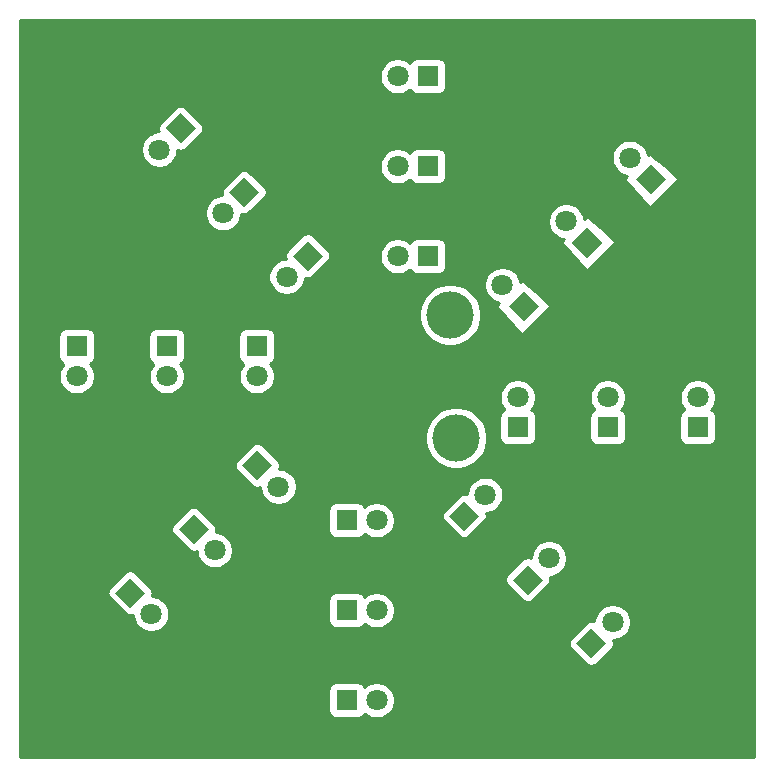
<source format=gbr>
%TF.GenerationSoftware,KiCad,Pcbnew,(5.1.9)-1*%
%TF.CreationDate,2025-04-10T23:46:23-06:00*%
%TF.ProjectId,LEDS,4c454453-2e6b-4696-9361-645f70636258,rev?*%
%TF.SameCoordinates,Original*%
%TF.FileFunction,Copper,L2,Bot*%
%TF.FilePolarity,Positive*%
%FSLAX46Y46*%
G04 Gerber Fmt 4.6, Leading zero omitted, Abs format (unit mm)*
G04 Created by KiCad (PCBNEW (5.1.9)-1) date 2025-04-10 23:46:23*
%MOMM*%
%LPD*%
G01*
G04 APERTURE LIST*
%TA.AperFunction,SMDPad,CuDef*%
%ADD10C,4.000000*%
%TD*%
%TA.AperFunction,ComponentPad*%
%ADD11R,1.800000X1.800000*%
%TD*%
%TA.AperFunction,ComponentPad*%
%ADD12C,1.800000*%
%TD*%
%TA.AperFunction,ComponentPad*%
%ADD13C,0.100000*%
%TD*%
%TA.AperFunction,ViaPad*%
%ADD14C,0.800000*%
%TD*%
%TA.AperFunction,Conductor*%
%ADD15C,0.254000*%
%TD*%
%TA.AperFunction,Conductor*%
%ADD16C,0.100000*%
%TD*%
G04 APERTURE END LIST*
D10*
%TO.P,TP1,1*%
%TO.N,N/C*%
X164592000Y-114808000D03*
%TD*%
%TO.P,TP1,1*%
%TO.N,N/C*%
X164084000Y-104394000D03*
%TD*%
D11*
%TO.P,D1,1*%
%TO.N,Net-(D1-Pad1)*%
X169799000Y-113919000D03*
D12*
%TO.P,D1,2*%
%TO.N,Net-(D1-Pad2)*%
X169799000Y-111379000D03*
%TD*%
%TA.AperFunction,ComponentPad*%
D13*
%TO.P,D2,1*%
%TO.N,Net-(D10-Pad1)*%
G36*
X165265022Y-122702075D02*
G01*
X163992230Y-121429283D01*
X165265022Y-120156491D01*
X166537814Y-121429283D01*
X165265022Y-122702075D01*
G37*
%TD.AperFunction*%
D12*
%TO.P,D2,2*%
%TO.N,Net-(D10-Pad2)*%
X167061073Y-119633232D03*
%TD*%
D11*
%TO.P,D3,1*%
%TO.N,Net-(D11-Pad1)*%
X155321000Y-121793000D03*
D12*
%TO.P,D3,2*%
%TO.N,Net-(D11-Pad2)*%
X157861000Y-121793000D03*
%TD*%
%TO.P,D4,2*%
%TO.N,Net-(D12-Pad2)*%
X149550472Y-118948277D03*
%TA.AperFunction,ComponentPad*%
D13*
%TO.P,D4,1*%
%TO.N,Net-(D12-Pad1)*%
G36*
X146481629Y-117152226D02*
G01*
X147754421Y-115879434D01*
X149027213Y-117152226D01*
X147754421Y-118425018D01*
X146481629Y-117152226D01*
G37*
%TD.AperFunction*%
%TD*%
D12*
%TO.P,D5,2*%
%TO.N,Net-(D13-Pad2)*%
X147701000Y-109601000D03*
D11*
%TO.P,D5,1*%
%TO.N,Net-(D13-Pad1)*%
X147701000Y-107061000D03*
%TD*%
%TA.AperFunction,ComponentPad*%
D13*
%TO.P,D6,1*%
%TO.N,Net-(D14-Pad1)*%
G36*
X152031917Y-98113772D02*
G01*
X153304709Y-99386564D01*
X152031917Y-100659356D01*
X150759125Y-99386564D01*
X152031917Y-98113772D01*
G37*
%TD.AperFunction*%
D12*
%TO.P,D6,2*%
%TO.N,Net-(D14-Pad2)*%
X150235866Y-101182615D03*
%TD*%
D11*
%TO.P,D7,1*%
%TO.N,Net-(D15-Pad1)*%
X162179000Y-99441000D03*
D12*
%TO.P,D7,2*%
%TO.N,Net-(D15-Pad2)*%
X159639000Y-99441000D03*
%TD*%
%TO.P,D8,2*%
%TO.N,Net-(D16-Pad2)*%
X168510589Y-101867570D03*
%TA.AperFunction,ComponentPad*%
D13*
%TO.P,D8,1*%
%TO.N,Net-(D16-Pad1)*%
G36*
X171579432Y-103663621D02*
G01*
X170306640Y-104936413D01*
X169033848Y-103663621D01*
X170306640Y-102390829D01*
X171579432Y-103663621D01*
G37*
%TD.AperFunction*%
%TD*%
D12*
%TO.P,D17,2*%
%TO.N,Net-(D17-Pad2)*%
X177419000Y-111379000D03*
D11*
%TO.P,D17,1*%
%TO.N,Net-(D1-Pad1)*%
X177419000Y-113919000D03*
%TD*%
%TA.AperFunction,ComponentPad*%
D13*
%TO.P,D18,1*%
%TO.N,Net-(D10-Pad1)*%
G36*
X170653176Y-128090228D02*
G01*
X169380384Y-126817436D01*
X170653176Y-125544644D01*
X171925968Y-126817436D01*
X170653176Y-128090228D01*
G37*
%TD.AperFunction*%
D12*
%TO.P,D18,2*%
%TO.N,Net-(D18-Pad2)*%
X172449227Y-125021385D03*
%TD*%
D11*
%TO.P,D19,1*%
%TO.N,Net-(D11-Pad1)*%
X155321000Y-129413000D03*
D12*
%TO.P,D19,2*%
%TO.N,Net-(D19-Pad2)*%
X157861000Y-129413000D03*
%TD*%
%TO.P,D20,2*%
%TO.N,Net-(D20-Pad2)*%
X144162318Y-124336430D03*
%TA.AperFunction,ComponentPad*%
D13*
%TO.P,D20,1*%
%TO.N,Net-(D12-Pad1)*%
G36*
X141093475Y-122540379D02*
G01*
X142366267Y-121267587D01*
X143639059Y-122540379D01*
X142366267Y-123813171D01*
X141093475Y-122540379D01*
G37*
%TD.AperFunction*%
%TD*%
D11*
%TO.P,D21,1*%
%TO.N,Net-(D13-Pad1)*%
X140081000Y-107061000D03*
D12*
%TO.P,D21,2*%
%TO.N,Net-(D21-Pad2)*%
X140081000Y-109601000D03*
%TD*%
%TA.AperFunction,ComponentPad*%
D13*
%TO.P,D22,1*%
%TO.N,Net-(D14-Pad1)*%
G36*
X146643764Y-92725618D02*
G01*
X147916556Y-93998410D01*
X146643764Y-95271202D01*
X145370972Y-93998410D01*
X146643764Y-92725618D01*
G37*
%TD.AperFunction*%
D12*
%TO.P,D22,2*%
%TO.N,Net-(D22-Pad2)*%
X144847713Y-95794461D03*
%TD*%
D11*
%TO.P,D23,1*%
%TO.N,Net-(D15-Pad1)*%
X162179000Y-91821000D03*
D12*
%TO.P,D23,2*%
%TO.N,Net-(D23-Pad2)*%
X159639000Y-91821000D03*
%TD*%
%TO.P,D24,2*%
%TO.N,Net-(D24-Pad2)*%
X173898742Y-96479416D03*
%TA.AperFunction,ComponentPad*%
D13*
%TO.P,D24,1*%
%TO.N,Net-(D16-Pad1)*%
G36*
X176967585Y-98275467D02*
G01*
X175694793Y-99548259D01*
X174422001Y-98275467D01*
X175694793Y-97002675D01*
X176967585Y-98275467D01*
G37*
%TD.AperFunction*%
%TD*%
D12*
%TO.P,D33,2*%
%TO.N,Net-(D33-Pad2)*%
X185039000Y-111379000D03*
D11*
%TO.P,D33,1*%
%TO.N,Net-(D1-Pad1)*%
X185039000Y-113919000D03*
%TD*%
%TA.AperFunction,ComponentPad*%
D13*
%TO.P,D34,1*%
%TO.N,Net-(D10-Pad1)*%
G36*
X176041329Y-133478382D02*
G01*
X174768537Y-132205590D01*
X176041329Y-130932798D01*
X177314121Y-132205590D01*
X176041329Y-133478382D01*
G37*
%TD.AperFunction*%
D12*
%TO.P,D34,2*%
%TO.N,Net-(D34-Pad2)*%
X177837380Y-130409539D03*
%TD*%
%TO.P,D35,2*%
%TO.N,Net-(D35-Pad2)*%
X157861000Y-137033000D03*
D11*
%TO.P,D35,1*%
%TO.N,Net-(D11-Pad1)*%
X155321000Y-137033000D03*
%TD*%
%TA.AperFunction,ComponentPad*%
D13*
%TO.P,D36,1*%
%TO.N,Net-(D12-Pad1)*%
G36*
X135705322Y-127928533D02*
G01*
X136978114Y-126655741D01*
X138250906Y-127928533D01*
X136978114Y-129201325D01*
X135705322Y-127928533D01*
G37*
%TD.AperFunction*%
D12*
%TO.P,D36,2*%
%TO.N,Net-(D36-Pad2)*%
X138774165Y-129724584D03*
%TD*%
%TO.P,D37,2*%
%TO.N,Net-(D37-Pad2)*%
X132461000Y-109601000D03*
D11*
%TO.P,D37,1*%
%TO.N,Net-(D13-Pad1)*%
X132461000Y-107061000D03*
%TD*%
D12*
%TO.P,D38,2*%
%TO.N,Net-(D38-Pad2)*%
X139459559Y-90406308D03*
%TA.AperFunction,ComponentPad*%
D13*
%TO.P,D38,1*%
%TO.N,Net-(D14-Pad1)*%
G36*
X141255610Y-87337465D02*
G01*
X142528402Y-88610257D01*
X141255610Y-89883049D01*
X139982818Y-88610257D01*
X141255610Y-87337465D01*
G37*
%TD.AperFunction*%
%TD*%
D12*
%TO.P,D39,2*%
%TO.N,Net-(D39-Pad2)*%
X159639000Y-84201000D03*
D11*
%TO.P,D39,1*%
%TO.N,Net-(D15-Pad1)*%
X162179000Y-84201000D03*
%TD*%
D12*
%TO.P,D40,2*%
%TO.N,Net-(D40-Pad2)*%
X179286896Y-91091263D03*
%TA.AperFunction,ComponentPad*%
D13*
%TO.P,D40,1*%
%TO.N,Net-(D16-Pad1)*%
G36*
X182355739Y-92887314D02*
G01*
X181082947Y-94160106D01*
X179810155Y-92887314D01*
X181082947Y-91614522D01*
X182355739Y-92887314D01*
G37*
%TD.AperFunction*%
%TD*%
D14*
%TO.N,Net-(D16-Pad1)*%
X161036000Y-80264000D03*
X161036000Y-81788000D03*
X160782000Y-87884000D03*
X160782000Y-89408000D03*
X160782000Y-95504000D03*
X160782000Y-97028000D03*
X171196000Y-101092000D03*
X172212000Y-100076000D03*
X176530000Y-95758000D03*
X177546000Y-94488000D03*
X181864000Y-90424000D03*
X183134000Y-89154000D03*
X172212000Y-112522000D03*
X173736000Y-112522000D03*
X179832000Y-112522000D03*
X181356000Y-112522000D03*
X187452000Y-112522000D03*
X188976000Y-112522000D03*
X167894000Y-122174000D03*
X168910000Y-123190000D03*
X173228000Y-127508000D03*
X174244000Y-128524000D03*
X178562000Y-133096000D03*
X179832000Y-134112000D03*
X156718000Y-124206000D03*
X156718000Y-125730000D03*
X156718000Y-131826000D03*
X156464000Y-133350000D03*
X156718000Y-139192000D03*
X156718000Y-140970000D03*
X136144000Y-130556000D03*
X135128000Y-131572000D03*
X140462000Y-126238000D03*
X141478000Y-125222000D03*
X145796000Y-120904000D03*
X146812000Y-119634000D03*
X144018000Y-108458000D03*
X145288000Y-108204000D03*
X136144000Y-108458000D03*
X137668000Y-108204000D03*
X128524000Y-108458000D03*
X130048000Y-108204000D03*
X148590000Y-97536000D03*
X149352000Y-98552000D03*
X143002000Y-91948000D03*
X144018000Y-93218000D03*
X137668000Y-86614000D03*
X138684000Y-87884000D03*
%TD*%
D15*
%TO.N,Net-(D16-Pad1)*%
X189840001Y-114521572D02*
X189840000Y-114521582D01*
X189840001Y-141834000D01*
X127660000Y-141834000D01*
X127660000Y-136133000D01*
X153782928Y-136133000D01*
X153782928Y-137933000D01*
X153795188Y-138057482D01*
X153831498Y-138177180D01*
X153890463Y-138287494D01*
X153969815Y-138384185D01*
X154066506Y-138463537D01*
X154176820Y-138522502D01*
X154296518Y-138558812D01*
X154421000Y-138571072D01*
X156221000Y-138571072D01*
X156345482Y-138558812D01*
X156465180Y-138522502D01*
X156575494Y-138463537D01*
X156672185Y-138384185D01*
X156751537Y-138287494D01*
X156810502Y-138177180D01*
X156816056Y-138158873D01*
X156882495Y-138225312D01*
X157133905Y-138393299D01*
X157413257Y-138509011D01*
X157709816Y-138568000D01*
X158012184Y-138568000D01*
X158308743Y-138509011D01*
X158588095Y-138393299D01*
X158839505Y-138225312D01*
X159053312Y-138011505D01*
X159221299Y-137760095D01*
X159337011Y-137480743D01*
X159396000Y-137184184D01*
X159396000Y-136881816D01*
X159337011Y-136585257D01*
X159221299Y-136305905D01*
X159053312Y-136054495D01*
X158839505Y-135840688D01*
X158588095Y-135672701D01*
X158308743Y-135556989D01*
X158012184Y-135498000D01*
X157709816Y-135498000D01*
X157413257Y-135556989D01*
X157133905Y-135672701D01*
X156882495Y-135840688D01*
X156816056Y-135907127D01*
X156810502Y-135888820D01*
X156751537Y-135778506D01*
X156672185Y-135681815D01*
X156575494Y-135602463D01*
X156465180Y-135543498D01*
X156345482Y-135507188D01*
X156221000Y-135494928D01*
X154421000Y-135494928D01*
X154296518Y-135507188D01*
X154176820Y-135543498D01*
X154066506Y-135602463D01*
X153969815Y-135681815D01*
X153890463Y-135778506D01*
X153831498Y-135888820D01*
X153795188Y-136008518D01*
X153782928Y-136133000D01*
X127660000Y-136133000D01*
X127660000Y-132205590D01*
X174130465Y-132205590D01*
X174142725Y-132330072D01*
X174179035Y-132449770D01*
X174238000Y-132560084D01*
X174317352Y-132656775D01*
X175590144Y-133929567D01*
X175686835Y-134008919D01*
X175797149Y-134067884D01*
X175916847Y-134104194D01*
X176041329Y-134116454D01*
X176165811Y-134104194D01*
X176285509Y-134067884D01*
X176395823Y-134008919D01*
X176492514Y-133929567D01*
X177765306Y-132656775D01*
X177844658Y-132560084D01*
X177903623Y-132449770D01*
X177939933Y-132330072D01*
X177952193Y-132205590D01*
X177939933Y-132081108D01*
X177903623Y-131961410D01*
X177894605Y-131944539D01*
X177988564Y-131944539D01*
X178285123Y-131885550D01*
X178564475Y-131769838D01*
X178815885Y-131601851D01*
X179029692Y-131388044D01*
X179197679Y-131136634D01*
X179313391Y-130857282D01*
X179372380Y-130560723D01*
X179372380Y-130258355D01*
X179313391Y-129961796D01*
X179197679Y-129682444D01*
X179029692Y-129431034D01*
X178815885Y-129217227D01*
X178564475Y-129049240D01*
X178285123Y-128933528D01*
X177988564Y-128874539D01*
X177686196Y-128874539D01*
X177389637Y-128933528D01*
X177110285Y-129049240D01*
X176858875Y-129217227D01*
X176645068Y-129431034D01*
X176477081Y-129682444D01*
X176361369Y-129961796D01*
X176302380Y-130258355D01*
X176302380Y-130352314D01*
X176285509Y-130343296D01*
X176165811Y-130306986D01*
X176041329Y-130294726D01*
X175916847Y-130306986D01*
X175797149Y-130343296D01*
X175686835Y-130402261D01*
X175590144Y-130481613D01*
X174317352Y-131754405D01*
X174238000Y-131851096D01*
X174179035Y-131961410D01*
X174142725Y-132081108D01*
X174130465Y-132205590D01*
X127660000Y-132205590D01*
X127660000Y-127928533D01*
X135067250Y-127928533D01*
X135079510Y-128053015D01*
X135115820Y-128172713D01*
X135174785Y-128283027D01*
X135254137Y-128379718D01*
X136526929Y-129652510D01*
X136623620Y-129731862D01*
X136733934Y-129790827D01*
X136853632Y-129827137D01*
X136978114Y-129839397D01*
X137102596Y-129827137D01*
X137222294Y-129790827D01*
X137239165Y-129781809D01*
X137239165Y-129875768D01*
X137298154Y-130172327D01*
X137413866Y-130451679D01*
X137581853Y-130703089D01*
X137795660Y-130916896D01*
X138047070Y-131084883D01*
X138326422Y-131200595D01*
X138622981Y-131259584D01*
X138925349Y-131259584D01*
X139221908Y-131200595D01*
X139501260Y-131084883D01*
X139752670Y-130916896D01*
X139966477Y-130703089D01*
X140134464Y-130451679D01*
X140250176Y-130172327D01*
X140309165Y-129875768D01*
X140309165Y-129573400D01*
X140250176Y-129276841D01*
X140134464Y-128997489D01*
X139966477Y-128746079D01*
X139752670Y-128532272D01*
X139723828Y-128513000D01*
X153782928Y-128513000D01*
X153782928Y-130313000D01*
X153795188Y-130437482D01*
X153831498Y-130557180D01*
X153890463Y-130667494D01*
X153969815Y-130764185D01*
X154066506Y-130843537D01*
X154176820Y-130902502D01*
X154296518Y-130938812D01*
X154421000Y-130951072D01*
X156221000Y-130951072D01*
X156345482Y-130938812D01*
X156465180Y-130902502D01*
X156575494Y-130843537D01*
X156672185Y-130764185D01*
X156751537Y-130667494D01*
X156810502Y-130557180D01*
X156816056Y-130538873D01*
X156882495Y-130605312D01*
X157133905Y-130773299D01*
X157413257Y-130889011D01*
X157709816Y-130948000D01*
X158012184Y-130948000D01*
X158308743Y-130889011D01*
X158588095Y-130773299D01*
X158839505Y-130605312D01*
X159053312Y-130391505D01*
X159221299Y-130140095D01*
X159337011Y-129860743D01*
X159396000Y-129564184D01*
X159396000Y-129261816D01*
X159337011Y-128965257D01*
X159221299Y-128685905D01*
X159053312Y-128434495D01*
X158839505Y-128220688D01*
X158588095Y-128052701D01*
X158308743Y-127936989D01*
X158012184Y-127878000D01*
X157709816Y-127878000D01*
X157413257Y-127936989D01*
X157133905Y-128052701D01*
X156882495Y-128220688D01*
X156816056Y-128287127D01*
X156810502Y-128268820D01*
X156751537Y-128158506D01*
X156672185Y-128061815D01*
X156575494Y-127982463D01*
X156465180Y-127923498D01*
X156345482Y-127887188D01*
X156221000Y-127874928D01*
X154421000Y-127874928D01*
X154296518Y-127887188D01*
X154176820Y-127923498D01*
X154066506Y-127982463D01*
X153969815Y-128061815D01*
X153890463Y-128158506D01*
X153831498Y-128268820D01*
X153795188Y-128388518D01*
X153782928Y-128513000D01*
X139723828Y-128513000D01*
X139501260Y-128364285D01*
X139221908Y-128248573D01*
X138925349Y-128189584D01*
X138831390Y-128189584D01*
X138840408Y-128172713D01*
X138876718Y-128053015D01*
X138888978Y-127928533D01*
X138876718Y-127804051D01*
X138840408Y-127684353D01*
X138781443Y-127574039D01*
X138702091Y-127477348D01*
X138042179Y-126817436D01*
X168742312Y-126817436D01*
X168754572Y-126941918D01*
X168790882Y-127061616D01*
X168849847Y-127171930D01*
X168929199Y-127268621D01*
X170201991Y-128541413D01*
X170298682Y-128620765D01*
X170408996Y-128679730D01*
X170528694Y-128716040D01*
X170653176Y-128728300D01*
X170777658Y-128716040D01*
X170897356Y-128679730D01*
X171007670Y-128620765D01*
X171104361Y-128541413D01*
X172377153Y-127268621D01*
X172456505Y-127171930D01*
X172515470Y-127061616D01*
X172551780Y-126941918D01*
X172564040Y-126817436D01*
X172551780Y-126692954D01*
X172515470Y-126573256D01*
X172506452Y-126556385D01*
X172600411Y-126556385D01*
X172896970Y-126497396D01*
X173176322Y-126381684D01*
X173427732Y-126213697D01*
X173641539Y-125999890D01*
X173809526Y-125748480D01*
X173925238Y-125469128D01*
X173984227Y-125172569D01*
X173984227Y-124870201D01*
X173925238Y-124573642D01*
X173809526Y-124294290D01*
X173641539Y-124042880D01*
X173427732Y-123829073D01*
X173176322Y-123661086D01*
X172896970Y-123545374D01*
X172600411Y-123486385D01*
X172298043Y-123486385D01*
X172001484Y-123545374D01*
X171722132Y-123661086D01*
X171470722Y-123829073D01*
X171256915Y-124042880D01*
X171088928Y-124294290D01*
X170973216Y-124573642D01*
X170914227Y-124870201D01*
X170914227Y-124964160D01*
X170897356Y-124955142D01*
X170777658Y-124918832D01*
X170653176Y-124906572D01*
X170528694Y-124918832D01*
X170408996Y-124955142D01*
X170298682Y-125014107D01*
X170201991Y-125093459D01*
X168929199Y-126366251D01*
X168849847Y-126462942D01*
X168790882Y-126573256D01*
X168754572Y-126692954D01*
X168742312Y-126817436D01*
X138042179Y-126817436D01*
X137429299Y-126204556D01*
X137332608Y-126125204D01*
X137222294Y-126066239D01*
X137102596Y-126029929D01*
X136978114Y-126017669D01*
X136853632Y-126029929D01*
X136733934Y-126066239D01*
X136623620Y-126125204D01*
X136526929Y-126204556D01*
X135254137Y-127477348D01*
X135174785Y-127574039D01*
X135115820Y-127684353D01*
X135079510Y-127804051D01*
X135067250Y-127928533D01*
X127660000Y-127928533D01*
X127660000Y-122540379D01*
X140455403Y-122540379D01*
X140467663Y-122664861D01*
X140503973Y-122784559D01*
X140562938Y-122894873D01*
X140642290Y-122991564D01*
X141915082Y-124264356D01*
X142011773Y-124343708D01*
X142122087Y-124402673D01*
X142241785Y-124438983D01*
X142366267Y-124451243D01*
X142490749Y-124438983D01*
X142610447Y-124402673D01*
X142627318Y-124393655D01*
X142627318Y-124487614D01*
X142686307Y-124784173D01*
X142802019Y-125063525D01*
X142970006Y-125314935D01*
X143183813Y-125528742D01*
X143435223Y-125696729D01*
X143714575Y-125812441D01*
X144011134Y-125871430D01*
X144313502Y-125871430D01*
X144610061Y-125812441D01*
X144889413Y-125696729D01*
X145140823Y-125528742D01*
X145354630Y-125314935D01*
X145522617Y-125063525D01*
X145638329Y-124784173D01*
X145697318Y-124487614D01*
X145697318Y-124185246D01*
X145638329Y-123888687D01*
X145522617Y-123609335D01*
X145354630Y-123357925D01*
X145140823Y-123144118D01*
X144889413Y-122976131D01*
X144610061Y-122860419D01*
X144313502Y-122801430D01*
X144219543Y-122801430D01*
X144228561Y-122784559D01*
X144264871Y-122664861D01*
X144277131Y-122540379D01*
X144264871Y-122415897D01*
X144228561Y-122296199D01*
X144169596Y-122185885D01*
X144090244Y-122089194D01*
X142894050Y-120893000D01*
X153782928Y-120893000D01*
X153782928Y-122693000D01*
X153795188Y-122817482D01*
X153831498Y-122937180D01*
X153890463Y-123047494D01*
X153969815Y-123144185D01*
X154066506Y-123223537D01*
X154176820Y-123282502D01*
X154296518Y-123318812D01*
X154421000Y-123331072D01*
X156221000Y-123331072D01*
X156345482Y-123318812D01*
X156465180Y-123282502D01*
X156575494Y-123223537D01*
X156672185Y-123144185D01*
X156751537Y-123047494D01*
X156810502Y-122937180D01*
X156816056Y-122918873D01*
X156882495Y-122985312D01*
X157133905Y-123153299D01*
X157413257Y-123269011D01*
X157709816Y-123328000D01*
X158012184Y-123328000D01*
X158308743Y-123269011D01*
X158588095Y-123153299D01*
X158839505Y-122985312D01*
X159053312Y-122771505D01*
X159221299Y-122520095D01*
X159337011Y-122240743D01*
X159396000Y-121944184D01*
X159396000Y-121641816D01*
X159353725Y-121429283D01*
X163354158Y-121429283D01*
X163366418Y-121553765D01*
X163402728Y-121673463D01*
X163461693Y-121783777D01*
X163541045Y-121880468D01*
X164813837Y-123153260D01*
X164910528Y-123232612D01*
X165020842Y-123291577D01*
X165140540Y-123327887D01*
X165265022Y-123340147D01*
X165389504Y-123327887D01*
X165509202Y-123291577D01*
X165619516Y-123232612D01*
X165716207Y-123153260D01*
X166988999Y-121880468D01*
X167068351Y-121783777D01*
X167127316Y-121673463D01*
X167163626Y-121553765D01*
X167175886Y-121429283D01*
X167163626Y-121304801D01*
X167127316Y-121185103D01*
X167118298Y-121168232D01*
X167212257Y-121168232D01*
X167508816Y-121109243D01*
X167788168Y-120993531D01*
X168039578Y-120825544D01*
X168253385Y-120611737D01*
X168421372Y-120360327D01*
X168537084Y-120080975D01*
X168596073Y-119784416D01*
X168596073Y-119482048D01*
X168537084Y-119185489D01*
X168421372Y-118906137D01*
X168253385Y-118654727D01*
X168039578Y-118440920D01*
X167788168Y-118272933D01*
X167508816Y-118157221D01*
X167212257Y-118098232D01*
X166909889Y-118098232D01*
X166613330Y-118157221D01*
X166333978Y-118272933D01*
X166082568Y-118440920D01*
X165868761Y-118654727D01*
X165700774Y-118906137D01*
X165585062Y-119185489D01*
X165526073Y-119482048D01*
X165526073Y-119576007D01*
X165509202Y-119566989D01*
X165389504Y-119530679D01*
X165265022Y-119518419D01*
X165140540Y-119530679D01*
X165020842Y-119566989D01*
X164910528Y-119625954D01*
X164813837Y-119705306D01*
X163541045Y-120978098D01*
X163461693Y-121074789D01*
X163402728Y-121185103D01*
X163366418Y-121304801D01*
X163354158Y-121429283D01*
X159353725Y-121429283D01*
X159337011Y-121345257D01*
X159221299Y-121065905D01*
X159053312Y-120814495D01*
X158839505Y-120600688D01*
X158588095Y-120432701D01*
X158308743Y-120316989D01*
X158012184Y-120258000D01*
X157709816Y-120258000D01*
X157413257Y-120316989D01*
X157133905Y-120432701D01*
X156882495Y-120600688D01*
X156816056Y-120667127D01*
X156810502Y-120648820D01*
X156751537Y-120538506D01*
X156672185Y-120441815D01*
X156575494Y-120362463D01*
X156465180Y-120303498D01*
X156345482Y-120267188D01*
X156221000Y-120254928D01*
X154421000Y-120254928D01*
X154296518Y-120267188D01*
X154176820Y-120303498D01*
X154066506Y-120362463D01*
X153969815Y-120441815D01*
X153890463Y-120538506D01*
X153831498Y-120648820D01*
X153795188Y-120768518D01*
X153782928Y-120893000D01*
X142894050Y-120893000D01*
X142817452Y-120816402D01*
X142720761Y-120737050D01*
X142610447Y-120678085D01*
X142490749Y-120641775D01*
X142366267Y-120629515D01*
X142241785Y-120641775D01*
X142122087Y-120678085D01*
X142011773Y-120737050D01*
X141915082Y-120816402D01*
X140642290Y-122089194D01*
X140562938Y-122185885D01*
X140503973Y-122296199D01*
X140467663Y-122415897D01*
X140455403Y-122540379D01*
X127660000Y-122540379D01*
X127660000Y-117152226D01*
X145843557Y-117152226D01*
X145855817Y-117276708D01*
X145892127Y-117396406D01*
X145951092Y-117506720D01*
X146030444Y-117603411D01*
X147303236Y-118876203D01*
X147399927Y-118955555D01*
X147510241Y-119014520D01*
X147629939Y-119050830D01*
X147754421Y-119063090D01*
X147878903Y-119050830D01*
X147998601Y-119014520D01*
X148015472Y-119005502D01*
X148015472Y-119099461D01*
X148074461Y-119396020D01*
X148190173Y-119675372D01*
X148358160Y-119926782D01*
X148571967Y-120140589D01*
X148823377Y-120308576D01*
X149102729Y-120424288D01*
X149399288Y-120483277D01*
X149701656Y-120483277D01*
X149998215Y-120424288D01*
X150277567Y-120308576D01*
X150528977Y-120140589D01*
X150742784Y-119926782D01*
X150910771Y-119675372D01*
X151026483Y-119396020D01*
X151085472Y-119099461D01*
X151085472Y-118797093D01*
X151026483Y-118500534D01*
X150910771Y-118221182D01*
X150742784Y-117969772D01*
X150528977Y-117755965D01*
X150277567Y-117587978D01*
X149998215Y-117472266D01*
X149701656Y-117413277D01*
X149607697Y-117413277D01*
X149616715Y-117396406D01*
X149653025Y-117276708D01*
X149665285Y-117152226D01*
X149653025Y-117027744D01*
X149616715Y-116908046D01*
X149557750Y-116797732D01*
X149478398Y-116701041D01*
X148205606Y-115428249D01*
X148108915Y-115348897D01*
X147998601Y-115289932D01*
X147878903Y-115253622D01*
X147754421Y-115241362D01*
X147629939Y-115253622D01*
X147510241Y-115289932D01*
X147399927Y-115348897D01*
X147303236Y-115428249D01*
X146030444Y-116701041D01*
X145951092Y-116797732D01*
X145892127Y-116908046D01*
X145855817Y-117027744D01*
X145843557Y-117152226D01*
X127660000Y-117152226D01*
X127660000Y-114548475D01*
X161957000Y-114548475D01*
X161957000Y-115067525D01*
X162058261Y-115576601D01*
X162256893Y-116056141D01*
X162545262Y-116487715D01*
X162912285Y-116854738D01*
X163343859Y-117143107D01*
X163823399Y-117341739D01*
X164332475Y-117443000D01*
X164851525Y-117443000D01*
X165360601Y-117341739D01*
X165840141Y-117143107D01*
X166271715Y-116854738D01*
X166638738Y-116487715D01*
X166927107Y-116056141D01*
X167125739Y-115576601D01*
X167227000Y-115067525D01*
X167227000Y-114548475D01*
X167125739Y-114039399D01*
X166927107Y-113559859D01*
X166638738Y-113128285D01*
X166529453Y-113019000D01*
X168260928Y-113019000D01*
X168260928Y-114819000D01*
X168273188Y-114943482D01*
X168309498Y-115063180D01*
X168368463Y-115173494D01*
X168447815Y-115270185D01*
X168544506Y-115349537D01*
X168654820Y-115408502D01*
X168774518Y-115444812D01*
X168899000Y-115457072D01*
X170699000Y-115457072D01*
X170823482Y-115444812D01*
X170943180Y-115408502D01*
X171053494Y-115349537D01*
X171150185Y-115270185D01*
X171229537Y-115173494D01*
X171288502Y-115063180D01*
X171324812Y-114943482D01*
X171337072Y-114819000D01*
X171337072Y-113019000D01*
X175880928Y-113019000D01*
X175880928Y-114819000D01*
X175893188Y-114943482D01*
X175929498Y-115063180D01*
X175988463Y-115173494D01*
X176067815Y-115270185D01*
X176164506Y-115349537D01*
X176274820Y-115408502D01*
X176394518Y-115444812D01*
X176519000Y-115457072D01*
X178319000Y-115457072D01*
X178443482Y-115444812D01*
X178563180Y-115408502D01*
X178673494Y-115349537D01*
X178770185Y-115270185D01*
X178849537Y-115173494D01*
X178908502Y-115063180D01*
X178944812Y-114943482D01*
X178957072Y-114819000D01*
X178957072Y-113019000D01*
X183500928Y-113019000D01*
X183500928Y-114819000D01*
X183513188Y-114943482D01*
X183549498Y-115063180D01*
X183608463Y-115173494D01*
X183687815Y-115270185D01*
X183784506Y-115349537D01*
X183894820Y-115408502D01*
X184014518Y-115444812D01*
X184139000Y-115457072D01*
X185939000Y-115457072D01*
X186063482Y-115444812D01*
X186183180Y-115408502D01*
X186293494Y-115349537D01*
X186390185Y-115270185D01*
X186469537Y-115173494D01*
X186528502Y-115063180D01*
X186564812Y-114943482D01*
X186577072Y-114819000D01*
X186577072Y-113019000D01*
X186564812Y-112894518D01*
X186528502Y-112774820D01*
X186469537Y-112664506D01*
X186390185Y-112567815D01*
X186293494Y-112488463D01*
X186183180Y-112429498D01*
X186164873Y-112423944D01*
X186231312Y-112357505D01*
X186399299Y-112106095D01*
X186515011Y-111826743D01*
X186574000Y-111530184D01*
X186574000Y-111227816D01*
X186515011Y-110931257D01*
X186399299Y-110651905D01*
X186231312Y-110400495D01*
X186017505Y-110186688D01*
X185766095Y-110018701D01*
X185486743Y-109902989D01*
X185190184Y-109844000D01*
X184887816Y-109844000D01*
X184591257Y-109902989D01*
X184311905Y-110018701D01*
X184060495Y-110186688D01*
X183846688Y-110400495D01*
X183678701Y-110651905D01*
X183562989Y-110931257D01*
X183504000Y-111227816D01*
X183504000Y-111530184D01*
X183562989Y-111826743D01*
X183678701Y-112106095D01*
X183846688Y-112357505D01*
X183913127Y-112423944D01*
X183894820Y-112429498D01*
X183784506Y-112488463D01*
X183687815Y-112567815D01*
X183608463Y-112664506D01*
X183549498Y-112774820D01*
X183513188Y-112894518D01*
X183500928Y-113019000D01*
X178957072Y-113019000D01*
X178944812Y-112894518D01*
X178908502Y-112774820D01*
X178849537Y-112664506D01*
X178770185Y-112567815D01*
X178673494Y-112488463D01*
X178563180Y-112429498D01*
X178544873Y-112423944D01*
X178611312Y-112357505D01*
X178779299Y-112106095D01*
X178895011Y-111826743D01*
X178954000Y-111530184D01*
X178954000Y-111227816D01*
X178895011Y-110931257D01*
X178779299Y-110651905D01*
X178611312Y-110400495D01*
X178397505Y-110186688D01*
X178146095Y-110018701D01*
X177866743Y-109902989D01*
X177570184Y-109844000D01*
X177267816Y-109844000D01*
X176971257Y-109902989D01*
X176691905Y-110018701D01*
X176440495Y-110186688D01*
X176226688Y-110400495D01*
X176058701Y-110651905D01*
X175942989Y-110931257D01*
X175884000Y-111227816D01*
X175884000Y-111530184D01*
X175942989Y-111826743D01*
X176058701Y-112106095D01*
X176226688Y-112357505D01*
X176293127Y-112423944D01*
X176274820Y-112429498D01*
X176164506Y-112488463D01*
X176067815Y-112567815D01*
X175988463Y-112664506D01*
X175929498Y-112774820D01*
X175893188Y-112894518D01*
X175880928Y-113019000D01*
X171337072Y-113019000D01*
X171324812Y-112894518D01*
X171288502Y-112774820D01*
X171229537Y-112664506D01*
X171150185Y-112567815D01*
X171053494Y-112488463D01*
X170943180Y-112429498D01*
X170924873Y-112423944D01*
X170991312Y-112357505D01*
X171159299Y-112106095D01*
X171275011Y-111826743D01*
X171334000Y-111530184D01*
X171334000Y-111227816D01*
X171275011Y-110931257D01*
X171159299Y-110651905D01*
X170991312Y-110400495D01*
X170777505Y-110186688D01*
X170526095Y-110018701D01*
X170246743Y-109902989D01*
X169950184Y-109844000D01*
X169647816Y-109844000D01*
X169351257Y-109902989D01*
X169071905Y-110018701D01*
X168820495Y-110186688D01*
X168606688Y-110400495D01*
X168438701Y-110651905D01*
X168322989Y-110931257D01*
X168264000Y-111227816D01*
X168264000Y-111530184D01*
X168322989Y-111826743D01*
X168438701Y-112106095D01*
X168606688Y-112357505D01*
X168673127Y-112423944D01*
X168654820Y-112429498D01*
X168544506Y-112488463D01*
X168447815Y-112567815D01*
X168368463Y-112664506D01*
X168309498Y-112774820D01*
X168273188Y-112894518D01*
X168260928Y-113019000D01*
X166529453Y-113019000D01*
X166271715Y-112761262D01*
X165840141Y-112472893D01*
X165360601Y-112274261D01*
X164851525Y-112173000D01*
X164332475Y-112173000D01*
X163823399Y-112274261D01*
X163343859Y-112472893D01*
X162912285Y-112761262D01*
X162545262Y-113128285D01*
X162256893Y-113559859D01*
X162058261Y-114039399D01*
X161957000Y-114548475D01*
X127660000Y-114548475D01*
X127660000Y-106161000D01*
X130922928Y-106161000D01*
X130922928Y-107961000D01*
X130935188Y-108085482D01*
X130971498Y-108205180D01*
X131030463Y-108315494D01*
X131109815Y-108412185D01*
X131206506Y-108491537D01*
X131316820Y-108550502D01*
X131335127Y-108556056D01*
X131268688Y-108622495D01*
X131100701Y-108873905D01*
X130984989Y-109153257D01*
X130926000Y-109449816D01*
X130926000Y-109752184D01*
X130984989Y-110048743D01*
X131100701Y-110328095D01*
X131268688Y-110579505D01*
X131482495Y-110793312D01*
X131733905Y-110961299D01*
X132013257Y-111077011D01*
X132309816Y-111136000D01*
X132612184Y-111136000D01*
X132908743Y-111077011D01*
X133188095Y-110961299D01*
X133439505Y-110793312D01*
X133653312Y-110579505D01*
X133821299Y-110328095D01*
X133937011Y-110048743D01*
X133996000Y-109752184D01*
X133996000Y-109449816D01*
X133937011Y-109153257D01*
X133821299Y-108873905D01*
X133653312Y-108622495D01*
X133586873Y-108556056D01*
X133605180Y-108550502D01*
X133715494Y-108491537D01*
X133812185Y-108412185D01*
X133891537Y-108315494D01*
X133950502Y-108205180D01*
X133986812Y-108085482D01*
X133999072Y-107961000D01*
X133999072Y-106161000D01*
X138542928Y-106161000D01*
X138542928Y-107961000D01*
X138555188Y-108085482D01*
X138591498Y-108205180D01*
X138650463Y-108315494D01*
X138729815Y-108412185D01*
X138826506Y-108491537D01*
X138936820Y-108550502D01*
X138955127Y-108556056D01*
X138888688Y-108622495D01*
X138720701Y-108873905D01*
X138604989Y-109153257D01*
X138546000Y-109449816D01*
X138546000Y-109752184D01*
X138604989Y-110048743D01*
X138720701Y-110328095D01*
X138888688Y-110579505D01*
X139102495Y-110793312D01*
X139353905Y-110961299D01*
X139633257Y-111077011D01*
X139929816Y-111136000D01*
X140232184Y-111136000D01*
X140528743Y-111077011D01*
X140808095Y-110961299D01*
X141059505Y-110793312D01*
X141273312Y-110579505D01*
X141441299Y-110328095D01*
X141557011Y-110048743D01*
X141616000Y-109752184D01*
X141616000Y-109449816D01*
X141557011Y-109153257D01*
X141441299Y-108873905D01*
X141273312Y-108622495D01*
X141206873Y-108556056D01*
X141225180Y-108550502D01*
X141335494Y-108491537D01*
X141432185Y-108412185D01*
X141511537Y-108315494D01*
X141570502Y-108205180D01*
X141606812Y-108085482D01*
X141619072Y-107961000D01*
X141619072Y-106161000D01*
X146162928Y-106161000D01*
X146162928Y-107961000D01*
X146175188Y-108085482D01*
X146211498Y-108205180D01*
X146270463Y-108315494D01*
X146349815Y-108412185D01*
X146446506Y-108491537D01*
X146556820Y-108550502D01*
X146575127Y-108556056D01*
X146508688Y-108622495D01*
X146340701Y-108873905D01*
X146224989Y-109153257D01*
X146166000Y-109449816D01*
X146166000Y-109752184D01*
X146224989Y-110048743D01*
X146340701Y-110328095D01*
X146508688Y-110579505D01*
X146722495Y-110793312D01*
X146973905Y-110961299D01*
X147253257Y-111077011D01*
X147549816Y-111136000D01*
X147852184Y-111136000D01*
X148148743Y-111077011D01*
X148428095Y-110961299D01*
X148679505Y-110793312D01*
X148893312Y-110579505D01*
X149061299Y-110328095D01*
X149177011Y-110048743D01*
X149236000Y-109752184D01*
X149236000Y-109449816D01*
X149177011Y-109153257D01*
X149061299Y-108873905D01*
X148893312Y-108622495D01*
X148826873Y-108556056D01*
X148845180Y-108550502D01*
X148955494Y-108491537D01*
X149052185Y-108412185D01*
X149131537Y-108315494D01*
X149190502Y-108205180D01*
X149226812Y-108085482D01*
X149239072Y-107961000D01*
X149239072Y-106161000D01*
X149226812Y-106036518D01*
X149190502Y-105916820D01*
X149131537Y-105806506D01*
X149052185Y-105709815D01*
X148955494Y-105630463D01*
X148845180Y-105571498D01*
X148725482Y-105535188D01*
X148601000Y-105522928D01*
X146801000Y-105522928D01*
X146676518Y-105535188D01*
X146556820Y-105571498D01*
X146446506Y-105630463D01*
X146349815Y-105709815D01*
X146270463Y-105806506D01*
X146211498Y-105916820D01*
X146175188Y-106036518D01*
X146162928Y-106161000D01*
X141619072Y-106161000D01*
X141606812Y-106036518D01*
X141570502Y-105916820D01*
X141511537Y-105806506D01*
X141432185Y-105709815D01*
X141335494Y-105630463D01*
X141225180Y-105571498D01*
X141105482Y-105535188D01*
X140981000Y-105522928D01*
X139181000Y-105522928D01*
X139056518Y-105535188D01*
X138936820Y-105571498D01*
X138826506Y-105630463D01*
X138729815Y-105709815D01*
X138650463Y-105806506D01*
X138591498Y-105916820D01*
X138555188Y-106036518D01*
X138542928Y-106161000D01*
X133999072Y-106161000D01*
X133986812Y-106036518D01*
X133950502Y-105916820D01*
X133891537Y-105806506D01*
X133812185Y-105709815D01*
X133715494Y-105630463D01*
X133605180Y-105571498D01*
X133485482Y-105535188D01*
X133361000Y-105522928D01*
X131561000Y-105522928D01*
X131436518Y-105535188D01*
X131316820Y-105571498D01*
X131206506Y-105630463D01*
X131109815Y-105709815D01*
X131030463Y-105806506D01*
X130971498Y-105916820D01*
X130935188Y-106036518D01*
X130922928Y-106161000D01*
X127660000Y-106161000D01*
X127660000Y-104134475D01*
X161449000Y-104134475D01*
X161449000Y-104653525D01*
X161550261Y-105162601D01*
X161748893Y-105642141D01*
X162037262Y-106073715D01*
X162404285Y-106440738D01*
X162835859Y-106729107D01*
X163315399Y-106927739D01*
X163824475Y-107029000D01*
X164343525Y-107029000D01*
X164852601Y-106927739D01*
X165332141Y-106729107D01*
X165763715Y-106440738D01*
X166130738Y-106073715D01*
X166419107Y-105642141D01*
X166617739Y-105162601D01*
X166719000Y-104653525D01*
X166719000Y-104134475D01*
X166617739Y-103625399D01*
X166419107Y-103145859D01*
X166130738Y-102714285D01*
X165763715Y-102347262D01*
X165332141Y-102058893D01*
X164852601Y-101860261D01*
X164343525Y-101759000D01*
X163824475Y-101759000D01*
X163315399Y-101860261D01*
X162835859Y-102058893D01*
X162404285Y-102347262D01*
X162037262Y-102714285D01*
X161748893Y-103145859D01*
X161550261Y-103625399D01*
X161449000Y-104134475D01*
X127660000Y-104134475D01*
X127660000Y-101031431D01*
X148700866Y-101031431D01*
X148700866Y-101333799D01*
X148759855Y-101630358D01*
X148875567Y-101909710D01*
X149043554Y-102161120D01*
X149257361Y-102374927D01*
X149508771Y-102542914D01*
X149788123Y-102658626D01*
X150084682Y-102717615D01*
X150387050Y-102717615D01*
X150683609Y-102658626D01*
X150962961Y-102542914D01*
X151214371Y-102374927D01*
X151428178Y-102161120D01*
X151596165Y-101909710D01*
X151676242Y-101716386D01*
X166975589Y-101716386D01*
X166975589Y-102018754D01*
X167034578Y-102315313D01*
X167150290Y-102594665D01*
X167318277Y-102846075D01*
X167532084Y-103059882D01*
X167783494Y-103227869D01*
X168062846Y-103343581D01*
X168224632Y-103375762D01*
X168058197Y-103542197D01*
X168046729Y-103555363D01*
X168033724Y-103576593D01*
X168025110Y-103599952D01*
X168021219Y-103624542D01*
X168022200Y-103649419D01*
X168028016Y-103673627D01*
X168038442Y-103696235D01*
X168053079Y-103716374D01*
X170085079Y-106002374D01*
X170109443Y-106023597D01*
X170131399Y-106035333D01*
X170155224Y-106042560D01*
X170180000Y-106045000D01*
X170204776Y-106042560D01*
X170228601Y-106035333D01*
X170250557Y-106023597D01*
X170269803Y-106007803D01*
X172555803Y-103721803D01*
X172571597Y-103702557D01*
X172583333Y-103680601D01*
X172590560Y-103656776D01*
X172593000Y-103632000D01*
X172590560Y-103607224D01*
X172583333Y-103583399D01*
X172571597Y-103561443D01*
X172555803Y-103542197D01*
X171793803Y-102780197D01*
X171785303Y-102772436D01*
X170261303Y-101502436D01*
X170250557Y-101494403D01*
X170228601Y-101482667D01*
X170204776Y-101475440D01*
X170180000Y-101473000D01*
X170155224Y-101475440D01*
X170131399Y-101482667D01*
X170109443Y-101494403D01*
X170090197Y-101510197D01*
X170018781Y-101581613D01*
X169986600Y-101419827D01*
X169870888Y-101140475D01*
X169702901Y-100889065D01*
X169489094Y-100675258D01*
X169237684Y-100507271D01*
X168958332Y-100391559D01*
X168661773Y-100332570D01*
X168359405Y-100332570D01*
X168062846Y-100391559D01*
X167783494Y-100507271D01*
X167532084Y-100675258D01*
X167318277Y-100889065D01*
X167150290Y-101140475D01*
X167034578Y-101419827D01*
X166975589Y-101716386D01*
X151676242Y-101716386D01*
X151711877Y-101630358D01*
X151770866Y-101333799D01*
X151770866Y-101239840D01*
X151787737Y-101248858D01*
X151907435Y-101285168D01*
X152031917Y-101297428D01*
X152156399Y-101285168D01*
X152276097Y-101248858D01*
X152386411Y-101189893D01*
X152483102Y-101110541D01*
X153755894Y-99837749D01*
X153835246Y-99741058D01*
X153894211Y-99630744D01*
X153930521Y-99511046D01*
X153942781Y-99386564D01*
X153933253Y-99289816D01*
X158104000Y-99289816D01*
X158104000Y-99592184D01*
X158162989Y-99888743D01*
X158278701Y-100168095D01*
X158446688Y-100419505D01*
X158660495Y-100633312D01*
X158911905Y-100801299D01*
X159191257Y-100917011D01*
X159487816Y-100976000D01*
X159790184Y-100976000D01*
X160086743Y-100917011D01*
X160366095Y-100801299D01*
X160617505Y-100633312D01*
X160683944Y-100566873D01*
X160689498Y-100585180D01*
X160748463Y-100695494D01*
X160827815Y-100792185D01*
X160924506Y-100871537D01*
X161034820Y-100930502D01*
X161154518Y-100966812D01*
X161279000Y-100979072D01*
X163079000Y-100979072D01*
X163203482Y-100966812D01*
X163323180Y-100930502D01*
X163433494Y-100871537D01*
X163530185Y-100792185D01*
X163609537Y-100695494D01*
X163668502Y-100585180D01*
X163704812Y-100465482D01*
X163717072Y-100341000D01*
X163717072Y-98541000D01*
X163704812Y-98416518D01*
X163668502Y-98296820D01*
X163609537Y-98186506D01*
X163530185Y-98089815D01*
X163433494Y-98010463D01*
X163323180Y-97951498D01*
X163203482Y-97915188D01*
X163079000Y-97902928D01*
X161279000Y-97902928D01*
X161154518Y-97915188D01*
X161034820Y-97951498D01*
X160924506Y-98010463D01*
X160827815Y-98089815D01*
X160748463Y-98186506D01*
X160689498Y-98296820D01*
X160683944Y-98315127D01*
X160617505Y-98248688D01*
X160366095Y-98080701D01*
X160086743Y-97964989D01*
X159790184Y-97906000D01*
X159487816Y-97906000D01*
X159191257Y-97964989D01*
X158911905Y-98080701D01*
X158660495Y-98248688D01*
X158446688Y-98462495D01*
X158278701Y-98713905D01*
X158162989Y-98993257D01*
X158104000Y-99289816D01*
X153933253Y-99289816D01*
X153930521Y-99262082D01*
X153894211Y-99142384D01*
X153835246Y-99032070D01*
X153755894Y-98935379D01*
X152483102Y-97662587D01*
X152386411Y-97583235D01*
X152276097Y-97524270D01*
X152156399Y-97487960D01*
X152031917Y-97475700D01*
X151907435Y-97487960D01*
X151787737Y-97524270D01*
X151677423Y-97583235D01*
X151580732Y-97662587D01*
X150307940Y-98935379D01*
X150228588Y-99032070D01*
X150169623Y-99142384D01*
X150133313Y-99262082D01*
X150121053Y-99386564D01*
X150133313Y-99511046D01*
X150169623Y-99630744D01*
X150178641Y-99647615D01*
X150084682Y-99647615D01*
X149788123Y-99706604D01*
X149508771Y-99822316D01*
X149257361Y-99990303D01*
X149043554Y-100204110D01*
X148875567Y-100455520D01*
X148759855Y-100734872D01*
X148700866Y-101031431D01*
X127660000Y-101031431D01*
X127660000Y-95643277D01*
X143312713Y-95643277D01*
X143312713Y-95945645D01*
X143371702Y-96242204D01*
X143487414Y-96521556D01*
X143655401Y-96772966D01*
X143869208Y-96986773D01*
X144120618Y-97154760D01*
X144399970Y-97270472D01*
X144696529Y-97329461D01*
X144998897Y-97329461D01*
X145295456Y-97270472D01*
X145574808Y-97154760D01*
X145826218Y-96986773D01*
X146040025Y-96772966D01*
X146208012Y-96521556D01*
X146288089Y-96328232D01*
X172363742Y-96328232D01*
X172363742Y-96630600D01*
X172422731Y-96927159D01*
X172538443Y-97206511D01*
X172706430Y-97457921D01*
X172920237Y-97671728D01*
X173171647Y-97839715D01*
X173450999Y-97955427D01*
X173692641Y-98003492D01*
X173519557Y-98176576D01*
X173508089Y-98189742D01*
X173495084Y-98210972D01*
X173486470Y-98234331D01*
X173482579Y-98258921D01*
X173483560Y-98283798D01*
X173489376Y-98308006D01*
X173499802Y-98330614D01*
X173514439Y-98350753D01*
X175546439Y-100636753D01*
X175570803Y-100657976D01*
X175592759Y-100669712D01*
X175616584Y-100676939D01*
X175641360Y-100679379D01*
X175666136Y-100676939D01*
X175689961Y-100669712D01*
X175711917Y-100657976D01*
X175731163Y-100642182D01*
X178017163Y-98356182D01*
X178032957Y-98336936D01*
X178044693Y-98314980D01*
X178051920Y-98291155D01*
X178054360Y-98266379D01*
X178051920Y-98241603D01*
X178044693Y-98217778D01*
X178032957Y-98195822D01*
X178017163Y-98176576D01*
X177255163Y-97414576D01*
X177246663Y-97406815D01*
X175722663Y-96136815D01*
X175711917Y-96128782D01*
X175689961Y-96117046D01*
X175666136Y-96109819D01*
X175641360Y-96107379D01*
X175616584Y-96109819D01*
X175592759Y-96117046D01*
X175570803Y-96128782D01*
X175551557Y-96144576D01*
X175422818Y-96273315D01*
X175374753Y-96031673D01*
X175259041Y-95752321D01*
X175091054Y-95500911D01*
X174877247Y-95287104D01*
X174625837Y-95119117D01*
X174346485Y-95003405D01*
X174049926Y-94944416D01*
X173747558Y-94944416D01*
X173450999Y-95003405D01*
X173171647Y-95119117D01*
X172920237Y-95287104D01*
X172706430Y-95500911D01*
X172538443Y-95752321D01*
X172422731Y-96031673D01*
X172363742Y-96328232D01*
X146288089Y-96328232D01*
X146323724Y-96242204D01*
X146382713Y-95945645D01*
X146382713Y-95851686D01*
X146399584Y-95860704D01*
X146519282Y-95897014D01*
X146643764Y-95909274D01*
X146768246Y-95897014D01*
X146887944Y-95860704D01*
X146998258Y-95801739D01*
X147094949Y-95722387D01*
X148367741Y-94449595D01*
X148447093Y-94352904D01*
X148506058Y-94242590D01*
X148542368Y-94122892D01*
X148554628Y-93998410D01*
X148542368Y-93873928D01*
X148506058Y-93754230D01*
X148447093Y-93643916D01*
X148367741Y-93547225D01*
X147094949Y-92274433D01*
X146998258Y-92195081D01*
X146887944Y-92136116D01*
X146768246Y-92099806D01*
X146643764Y-92087546D01*
X146519282Y-92099806D01*
X146399584Y-92136116D01*
X146289270Y-92195081D01*
X146192579Y-92274433D01*
X144919787Y-93547225D01*
X144840435Y-93643916D01*
X144781470Y-93754230D01*
X144745160Y-93873928D01*
X144732900Y-93998410D01*
X144745160Y-94122892D01*
X144781470Y-94242590D01*
X144790488Y-94259461D01*
X144696529Y-94259461D01*
X144399970Y-94318450D01*
X144120618Y-94434162D01*
X143869208Y-94602149D01*
X143655401Y-94815956D01*
X143487414Y-95067366D01*
X143371702Y-95346718D01*
X143312713Y-95643277D01*
X127660000Y-95643277D01*
X127660000Y-90255124D01*
X137924559Y-90255124D01*
X137924559Y-90557492D01*
X137983548Y-90854051D01*
X138099260Y-91133403D01*
X138267247Y-91384813D01*
X138481054Y-91598620D01*
X138732464Y-91766607D01*
X139011816Y-91882319D01*
X139308375Y-91941308D01*
X139610743Y-91941308D01*
X139907302Y-91882319D01*
X140186654Y-91766607D01*
X140331511Y-91669816D01*
X158104000Y-91669816D01*
X158104000Y-91972184D01*
X158162989Y-92268743D01*
X158278701Y-92548095D01*
X158446688Y-92799505D01*
X158660495Y-93013312D01*
X158911905Y-93181299D01*
X159191257Y-93297011D01*
X159487816Y-93356000D01*
X159790184Y-93356000D01*
X160086743Y-93297011D01*
X160366095Y-93181299D01*
X160617505Y-93013312D01*
X160683944Y-92946873D01*
X160689498Y-92965180D01*
X160748463Y-93075494D01*
X160827815Y-93172185D01*
X160924506Y-93251537D01*
X161034820Y-93310502D01*
X161154518Y-93346812D01*
X161279000Y-93359072D01*
X163079000Y-93359072D01*
X163203482Y-93346812D01*
X163323180Y-93310502D01*
X163433494Y-93251537D01*
X163530185Y-93172185D01*
X163609537Y-93075494D01*
X163668502Y-92965180D01*
X163704812Y-92845482D01*
X163717072Y-92721000D01*
X163717072Y-90940079D01*
X177751896Y-90940079D01*
X177751896Y-91242447D01*
X177810885Y-91539006D01*
X177926597Y-91818358D01*
X178094584Y-92069768D01*
X178308391Y-92283575D01*
X178559801Y-92451562D01*
X178839153Y-92567274D01*
X179080794Y-92615339D01*
X178853557Y-92842576D01*
X178842089Y-92855742D01*
X178829084Y-92876972D01*
X178820470Y-92900331D01*
X178816579Y-92924921D01*
X178817560Y-92949798D01*
X178823376Y-92974006D01*
X178833802Y-92996614D01*
X178848439Y-93016753D01*
X180880439Y-95302753D01*
X180904803Y-95323976D01*
X180926759Y-95335712D01*
X180950584Y-95342939D01*
X180975360Y-95345379D01*
X181000136Y-95342939D01*
X181023961Y-95335712D01*
X181045917Y-95323976D01*
X181065163Y-95308182D01*
X183351163Y-93022182D01*
X183366957Y-93002936D01*
X183378693Y-92980980D01*
X183385920Y-92957155D01*
X183388360Y-92932379D01*
X183385920Y-92907603D01*
X183378693Y-92883778D01*
X183366957Y-92861822D01*
X183351163Y-92842576D01*
X182589163Y-92080576D01*
X182580663Y-92072815D01*
X181745592Y-91376922D01*
X181534132Y-91163337D01*
X181437441Y-91083984D01*
X181327127Y-91025020D01*
X181321124Y-91023199D01*
X181056663Y-90802815D01*
X181045917Y-90794782D01*
X181023961Y-90783046D01*
X181000136Y-90775819D01*
X180975360Y-90773379D01*
X180950584Y-90775819D01*
X180926759Y-90783046D01*
X180904803Y-90794782D01*
X180885557Y-90810576D01*
X180810972Y-90885161D01*
X180762907Y-90643520D01*
X180647195Y-90364168D01*
X180479208Y-90112758D01*
X180265401Y-89898951D01*
X180013991Y-89730964D01*
X179734639Y-89615252D01*
X179438080Y-89556263D01*
X179135712Y-89556263D01*
X178839153Y-89615252D01*
X178559801Y-89730964D01*
X178308391Y-89898951D01*
X178094584Y-90112758D01*
X177926597Y-90364168D01*
X177810885Y-90643520D01*
X177751896Y-90940079D01*
X163717072Y-90940079D01*
X163717072Y-90921000D01*
X163704812Y-90796518D01*
X163668502Y-90676820D01*
X163609537Y-90566506D01*
X163530185Y-90469815D01*
X163433494Y-90390463D01*
X163323180Y-90331498D01*
X163203482Y-90295188D01*
X163079000Y-90282928D01*
X161279000Y-90282928D01*
X161154518Y-90295188D01*
X161034820Y-90331498D01*
X160924506Y-90390463D01*
X160827815Y-90469815D01*
X160748463Y-90566506D01*
X160689498Y-90676820D01*
X160683944Y-90695127D01*
X160617505Y-90628688D01*
X160366095Y-90460701D01*
X160086743Y-90344989D01*
X159790184Y-90286000D01*
X159487816Y-90286000D01*
X159191257Y-90344989D01*
X158911905Y-90460701D01*
X158660495Y-90628688D01*
X158446688Y-90842495D01*
X158278701Y-91093905D01*
X158162989Y-91373257D01*
X158104000Y-91669816D01*
X140331511Y-91669816D01*
X140438064Y-91598620D01*
X140651871Y-91384813D01*
X140819858Y-91133403D01*
X140935570Y-90854051D01*
X140994559Y-90557492D01*
X140994559Y-90463533D01*
X141011430Y-90472551D01*
X141131128Y-90508861D01*
X141255610Y-90521121D01*
X141380092Y-90508861D01*
X141499790Y-90472551D01*
X141610104Y-90413586D01*
X141706795Y-90334234D01*
X142979587Y-89061442D01*
X143058939Y-88964751D01*
X143117904Y-88854437D01*
X143154214Y-88734739D01*
X143166474Y-88610257D01*
X143154214Y-88485775D01*
X143117904Y-88366077D01*
X143058939Y-88255763D01*
X142979587Y-88159072D01*
X141706795Y-86886280D01*
X141610104Y-86806928D01*
X141499790Y-86747963D01*
X141380092Y-86711653D01*
X141255610Y-86699393D01*
X141131128Y-86711653D01*
X141011430Y-86747963D01*
X140901116Y-86806928D01*
X140804425Y-86886280D01*
X139531633Y-88159072D01*
X139452281Y-88255763D01*
X139393316Y-88366077D01*
X139357006Y-88485775D01*
X139344746Y-88610257D01*
X139357006Y-88734739D01*
X139393316Y-88854437D01*
X139402334Y-88871308D01*
X139308375Y-88871308D01*
X139011816Y-88930297D01*
X138732464Y-89046009D01*
X138481054Y-89213996D01*
X138267247Y-89427803D01*
X138099260Y-89679213D01*
X137983548Y-89958565D01*
X137924559Y-90255124D01*
X127660000Y-90255124D01*
X127660000Y-84049816D01*
X158104000Y-84049816D01*
X158104000Y-84352184D01*
X158162989Y-84648743D01*
X158278701Y-84928095D01*
X158446688Y-85179505D01*
X158660495Y-85393312D01*
X158911905Y-85561299D01*
X159191257Y-85677011D01*
X159487816Y-85736000D01*
X159790184Y-85736000D01*
X160086743Y-85677011D01*
X160366095Y-85561299D01*
X160617505Y-85393312D01*
X160683944Y-85326873D01*
X160689498Y-85345180D01*
X160748463Y-85455494D01*
X160827815Y-85552185D01*
X160924506Y-85631537D01*
X161034820Y-85690502D01*
X161154518Y-85726812D01*
X161279000Y-85739072D01*
X163079000Y-85739072D01*
X163203482Y-85726812D01*
X163323180Y-85690502D01*
X163433494Y-85631537D01*
X163530185Y-85552185D01*
X163609537Y-85455494D01*
X163668502Y-85345180D01*
X163704812Y-85225482D01*
X163717072Y-85101000D01*
X163717072Y-83301000D01*
X163704812Y-83176518D01*
X163668502Y-83056820D01*
X163609537Y-82946506D01*
X163530185Y-82849815D01*
X163433494Y-82770463D01*
X163323180Y-82711498D01*
X163203482Y-82675188D01*
X163079000Y-82662928D01*
X161279000Y-82662928D01*
X161154518Y-82675188D01*
X161034820Y-82711498D01*
X160924506Y-82770463D01*
X160827815Y-82849815D01*
X160748463Y-82946506D01*
X160689498Y-83056820D01*
X160683944Y-83075127D01*
X160617505Y-83008688D01*
X160366095Y-82840701D01*
X160086743Y-82724989D01*
X159790184Y-82666000D01*
X159487816Y-82666000D01*
X159191257Y-82724989D01*
X158911905Y-82840701D01*
X158660495Y-83008688D01*
X158446688Y-83222495D01*
X158278701Y-83473905D01*
X158162989Y-83753257D01*
X158104000Y-84049816D01*
X127660000Y-84049816D01*
X127660000Y-79400000D01*
X189840000Y-79400000D01*
X189840001Y-114521572D01*
%TA.AperFunction,Conductor*%
D16*
G36*
X189840001Y-114521572D02*
G01*
X189840000Y-114521582D01*
X189840001Y-141834000D01*
X127660000Y-141834000D01*
X127660000Y-136133000D01*
X153782928Y-136133000D01*
X153782928Y-137933000D01*
X153795188Y-138057482D01*
X153831498Y-138177180D01*
X153890463Y-138287494D01*
X153969815Y-138384185D01*
X154066506Y-138463537D01*
X154176820Y-138522502D01*
X154296518Y-138558812D01*
X154421000Y-138571072D01*
X156221000Y-138571072D01*
X156345482Y-138558812D01*
X156465180Y-138522502D01*
X156575494Y-138463537D01*
X156672185Y-138384185D01*
X156751537Y-138287494D01*
X156810502Y-138177180D01*
X156816056Y-138158873D01*
X156882495Y-138225312D01*
X157133905Y-138393299D01*
X157413257Y-138509011D01*
X157709816Y-138568000D01*
X158012184Y-138568000D01*
X158308743Y-138509011D01*
X158588095Y-138393299D01*
X158839505Y-138225312D01*
X159053312Y-138011505D01*
X159221299Y-137760095D01*
X159337011Y-137480743D01*
X159396000Y-137184184D01*
X159396000Y-136881816D01*
X159337011Y-136585257D01*
X159221299Y-136305905D01*
X159053312Y-136054495D01*
X158839505Y-135840688D01*
X158588095Y-135672701D01*
X158308743Y-135556989D01*
X158012184Y-135498000D01*
X157709816Y-135498000D01*
X157413257Y-135556989D01*
X157133905Y-135672701D01*
X156882495Y-135840688D01*
X156816056Y-135907127D01*
X156810502Y-135888820D01*
X156751537Y-135778506D01*
X156672185Y-135681815D01*
X156575494Y-135602463D01*
X156465180Y-135543498D01*
X156345482Y-135507188D01*
X156221000Y-135494928D01*
X154421000Y-135494928D01*
X154296518Y-135507188D01*
X154176820Y-135543498D01*
X154066506Y-135602463D01*
X153969815Y-135681815D01*
X153890463Y-135778506D01*
X153831498Y-135888820D01*
X153795188Y-136008518D01*
X153782928Y-136133000D01*
X127660000Y-136133000D01*
X127660000Y-132205590D01*
X174130465Y-132205590D01*
X174142725Y-132330072D01*
X174179035Y-132449770D01*
X174238000Y-132560084D01*
X174317352Y-132656775D01*
X175590144Y-133929567D01*
X175686835Y-134008919D01*
X175797149Y-134067884D01*
X175916847Y-134104194D01*
X176041329Y-134116454D01*
X176165811Y-134104194D01*
X176285509Y-134067884D01*
X176395823Y-134008919D01*
X176492514Y-133929567D01*
X177765306Y-132656775D01*
X177844658Y-132560084D01*
X177903623Y-132449770D01*
X177939933Y-132330072D01*
X177952193Y-132205590D01*
X177939933Y-132081108D01*
X177903623Y-131961410D01*
X177894605Y-131944539D01*
X177988564Y-131944539D01*
X178285123Y-131885550D01*
X178564475Y-131769838D01*
X178815885Y-131601851D01*
X179029692Y-131388044D01*
X179197679Y-131136634D01*
X179313391Y-130857282D01*
X179372380Y-130560723D01*
X179372380Y-130258355D01*
X179313391Y-129961796D01*
X179197679Y-129682444D01*
X179029692Y-129431034D01*
X178815885Y-129217227D01*
X178564475Y-129049240D01*
X178285123Y-128933528D01*
X177988564Y-128874539D01*
X177686196Y-128874539D01*
X177389637Y-128933528D01*
X177110285Y-129049240D01*
X176858875Y-129217227D01*
X176645068Y-129431034D01*
X176477081Y-129682444D01*
X176361369Y-129961796D01*
X176302380Y-130258355D01*
X176302380Y-130352314D01*
X176285509Y-130343296D01*
X176165811Y-130306986D01*
X176041329Y-130294726D01*
X175916847Y-130306986D01*
X175797149Y-130343296D01*
X175686835Y-130402261D01*
X175590144Y-130481613D01*
X174317352Y-131754405D01*
X174238000Y-131851096D01*
X174179035Y-131961410D01*
X174142725Y-132081108D01*
X174130465Y-132205590D01*
X127660000Y-132205590D01*
X127660000Y-127928533D01*
X135067250Y-127928533D01*
X135079510Y-128053015D01*
X135115820Y-128172713D01*
X135174785Y-128283027D01*
X135254137Y-128379718D01*
X136526929Y-129652510D01*
X136623620Y-129731862D01*
X136733934Y-129790827D01*
X136853632Y-129827137D01*
X136978114Y-129839397D01*
X137102596Y-129827137D01*
X137222294Y-129790827D01*
X137239165Y-129781809D01*
X137239165Y-129875768D01*
X137298154Y-130172327D01*
X137413866Y-130451679D01*
X137581853Y-130703089D01*
X137795660Y-130916896D01*
X138047070Y-131084883D01*
X138326422Y-131200595D01*
X138622981Y-131259584D01*
X138925349Y-131259584D01*
X139221908Y-131200595D01*
X139501260Y-131084883D01*
X139752670Y-130916896D01*
X139966477Y-130703089D01*
X140134464Y-130451679D01*
X140250176Y-130172327D01*
X140309165Y-129875768D01*
X140309165Y-129573400D01*
X140250176Y-129276841D01*
X140134464Y-128997489D01*
X139966477Y-128746079D01*
X139752670Y-128532272D01*
X139723828Y-128513000D01*
X153782928Y-128513000D01*
X153782928Y-130313000D01*
X153795188Y-130437482D01*
X153831498Y-130557180D01*
X153890463Y-130667494D01*
X153969815Y-130764185D01*
X154066506Y-130843537D01*
X154176820Y-130902502D01*
X154296518Y-130938812D01*
X154421000Y-130951072D01*
X156221000Y-130951072D01*
X156345482Y-130938812D01*
X156465180Y-130902502D01*
X156575494Y-130843537D01*
X156672185Y-130764185D01*
X156751537Y-130667494D01*
X156810502Y-130557180D01*
X156816056Y-130538873D01*
X156882495Y-130605312D01*
X157133905Y-130773299D01*
X157413257Y-130889011D01*
X157709816Y-130948000D01*
X158012184Y-130948000D01*
X158308743Y-130889011D01*
X158588095Y-130773299D01*
X158839505Y-130605312D01*
X159053312Y-130391505D01*
X159221299Y-130140095D01*
X159337011Y-129860743D01*
X159396000Y-129564184D01*
X159396000Y-129261816D01*
X159337011Y-128965257D01*
X159221299Y-128685905D01*
X159053312Y-128434495D01*
X158839505Y-128220688D01*
X158588095Y-128052701D01*
X158308743Y-127936989D01*
X158012184Y-127878000D01*
X157709816Y-127878000D01*
X157413257Y-127936989D01*
X157133905Y-128052701D01*
X156882495Y-128220688D01*
X156816056Y-128287127D01*
X156810502Y-128268820D01*
X156751537Y-128158506D01*
X156672185Y-128061815D01*
X156575494Y-127982463D01*
X156465180Y-127923498D01*
X156345482Y-127887188D01*
X156221000Y-127874928D01*
X154421000Y-127874928D01*
X154296518Y-127887188D01*
X154176820Y-127923498D01*
X154066506Y-127982463D01*
X153969815Y-128061815D01*
X153890463Y-128158506D01*
X153831498Y-128268820D01*
X153795188Y-128388518D01*
X153782928Y-128513000D01*
X139723828Y-128513000D01*
X139501260Y-128364285D01*
X139221908Y-128248573D01*
X138925349Y-128189584D01*
X138831390Y-128189584D01*
X138840408Y-128172713D01*
X138876718Y-128053015D01*
X138888978Y-127928533D01*
X138876718Y-127804051D01*
X138840408Y-127684353D01*
X138781443Y-127574039D01*
X138702091Y-127477348D01*
X138042179Y-126817436D01*
X168742312Y-126817436D01*
X168754572Y-126941918D01*
X168790882Y-127061616D01*
X168849847Y-127171930D01*
X168929199Y-127268621D01*
X170201991Y-128541413D01*
X170298682Y-128620765D01*
X170408996Y-128679730D01*
X170528694Y-128716040D01*
X170653176Y-128728300D01*
X170777658Y-128716040D01*
X170897356Y-128679730D01*
X171007670Y-128620765D01*
X171104361Y-128541413D01*
X172377153Y-127268621D01*
X172456505Y-127171930D01*
X172515470Y-127061616D01*
X172551780Y-126941918D01*
X172564040Y-126817436D01*
X172551780Y-126692954D01*
X172515470Y-126573256D01*
X172506452Y-126556385D01*
X172600411Y-126556385D01*
X172896970Y-126497396D01*
X173176322Y-126381684D01*
X173427732Y-126213697D01*
X173641539Y-125999890D01*
X173809526Y-125748480D01*
X173925238Y-125469128D01*
X173984227Y-125172569D01*
X173984227Y-124870201D01*
X173925238Y-124573642D01*
X173809526Y-124294290D01*
X173641539Y-124042880D01*
X173427732Y-123829073D01*
X173176322Y-123661086D01*
X172896970Y-123545374D01*
X172600411Y-123486385D01*
X172298043Y-123486385D01*
X172001484Y-123545374D01*
X171722132Y-123661086D01*
X171470722Y-123829073D01*
X171256915Y-124042880D01*
X171088928Y-124294290D01*
X170973216Y-124573642D01*
X170914227Y-124870201D01*
X170914227Y-124964160D01*
X170897356Y-124955142D01*
X170777658Y-124918832D01*
X170653176Y-124906572D01*
X170528694Y-124918832D01*
X170408996Y-124955142D01*
X170298682Y-125014107D01*
X170201991Y-125093459D01*
X168929199Y-126366251D01*
X168849847Y-126462942D01*
X168790882Y-126573256D01*
X168754572Y-126692954D01*
X168742312Y-126817436D01*
X138042179Y-126817436D01*
X137429299Y-126204556D01*
X137332608Y-126125204D01*
X137222294Y-126066239D01*
X137102596Y-126029929D01*
X136978114Y-126017669D01*
X136853632Y-126029929D01*
X136733934Y-126066239D01*
X136623620Y-126125204D01*
X136526929Y-126204556D01*
X135254137Y-127477348D01*
X135174785Y-127574039D01*
X135115820Y-127684353D01*
X135079510Y-127804051D01*
X135067250Y-127928533D01*
X127660000Y-127928533D01*
X127660000Y-122540379D01*
X140455403Y-122540379D01*
X140467663Y-122664861D01*
X140503973Y-122784559D01*
X140562938Y-122894873D01*
X140642290Y-122991564D01*
X141915082Y-124264356D01*
X142011773Y-124343708D01*
X142122087Y-124402673D01*
X142241785Y-124438983D01*
X142366267Y-124451243D01*
X142490749Y-124438983D01*
X142610447Y-124402673D01*
X142627318Y-124393655D01*
X142627318Y-124487614D01*
X142686307Y-124784173D01*
X142802019Y-125063525D01*
X142970006Y-125314935D01*
X143183813Y-125528742D01*
X143435223Y-125696729D01*
X143714575Y-125812441D01*
X144011134Y-125871430D01*
X144313502Y-125871430D01*
X144610061Y-125812441D01*
X144889413Y-125696729D01*
X145140823Y-125528742D01*
X145354630Y-125314935D01*
X145522617Y-125063525D01*
X145638329Y-124784173D01*
X145697318Y-124487614D01*
X145697318Y-124185246D01*
X145638329Y-123888687D01*
X145522617Y-123609335D01*
X145354630Y-123357925D01*
X145140823Y-123144118D01*
X144889413Y-122976131D01*
X144610061Y-122860419D01*
X144313502Y-122801430D01*
X144219543Y-122801430D01*
X144228561Y-122784559D01*
X144264871Y-122664861D01*
X144277131Y-122540379D01*
X144264871Y-122415897D01*
X144228561Y-122296199D01*
X144169596Y-122185885D01*
X144090244Y-122089194D01*
X142894050Y-120893000D01*
X153782928Y-120893000D01*
X153782928Y-122693000D01*
X153795188Y-122817482D01*
X153831498Y-122937180D01*
X153890463Y-123047494D01*
X153969815Y-123144185D01*
X154066506Y-123223537D01*
X154176820Y-123282502D01*
X154296518Y-123318812D01*
X154421000Y-123331072D01*
X156221000Y-123331072D01*
X156345482Y-123318812D01*
X156465180Y-123282502D01*
X156575494Y-123223537D01*
X156672185Y-123144185D01*
X156751537Y-123047494D01*
X156810502Y-122937180D01*
X156816056Y-122918873D01*
X156882495Y-122985312D01*
X157133905Y-123153299D01*
X157413257Y-123269011D01*
X157709816Y-123328000D01*
X158012184Y-123328000D01*
X158308743Y-123269011D01*
X158588095Y-123153299D01*
X158839505Y-122985312D01*
X159053312Y-122771505D01*
X159221299Y-122520095D01*
X159337011Y-122240743D01*
X159396000Y-121944184D01*
X159396000Y-121641816D01*
X159353725Y-121429283D01*
X163354158Y-121429283D01*
X163366418Y-121553765D01*
X163402728Y-121673463D01*
X163461693Y-121783777D01*
X163541045Y-121880468D01*
X164813837Y-123153260D01*
X164910528Y-123232612D01*
X165020842Y-123291577D01*
X165140540Y-123327887D01*
X165265022Y-123340147D01*
X165389504Y-123327887D01*
X165509202Y-123291577D01*
X165619516Y-123232612D01*
X165716207Y-123153260D01*
X166988999Y-121880468D01*
X167068351Y-121783777D01*
X167127316Y-121673463D01*
X167163626Y-121553765D01*
X167175886Y-121429283D01*
X167163626Y-121304801D01*
X167127316Y-121185103D01*
X167118298Y-121168232D01*
X167212257Y-121168232D01*
X167508816Y-121109243D01*
X167788168Y-120993531D01*
X168039578Y-120825544D01*
X168253385Y-120611737D01*
X168421372Y-120360327D01*
X168537084Y-120080975D01*
X168596073Y-119784416D01*
X168596073Y-119482048D01*
X168537084Y-119185489D01*
X168421372Y-118906137D01*
X168253385Y-118654727D01*
X168039578Y-118440920D01*
X167788168Y-118272933D01*
X167508816Y-118157221D01*
X167212257Y-118098232D01*
X166909889Y-118098232D01*
X166613330Y-118157221D01*
X166333978Y-118272933D01*
X166082568Y-118440920D01*
X165868761Y-118654727D01*
X165700774Y-118906137D01*
X165585062Y-119185489D01*
X165526073Y-119482048D01*
X165526073Y-119576007D01*
X165509202Y-119566989D01*
X165389504Y-119530679D01*
X165265022Y-119518419D01*
X165140540Y-119530679D01*
X165020842Y-119566989D01*
X164910528Y-119625954D01*
X164813837Y-119705306D01*
X163541045Y-120978098D01*
X163461693Y-121074789D01*
X163402728Y-121185103D01*
X163366418Y-121304801D01*
X163354158Y-121429283D01*
X159353725Y-121429283D01*
X159337011Y-121345257D01*
X159221299Y-121065905D01*
X159053312Y-120814495D01*
X158839505Y-120600688D01*
X158588095Y-120432701D01*
X158308743Y-120316989D01*
X158012184Y-120258000D01*
X157709816Y-120258000D01*
X157413257Y-120316989D01*
X157133905Y-120432701D01*
X156882495Y-120600688D01*
X156816056Y-120667127D01*
X156810502Y-120648820D01*
X156751537Y-120538506D01*
X156672185Y-120441815D01*
X156575494Y-120362463D01*
X156465180Y-120303498D01*
X156345482Y-120267188D01*
X156221000Y-120254928D01*
X154421000Y-120254928D01*
X154296518Y-120267188D01*
X154176820Y-120303498D01*
X154066506Y-120362463D01*
X153969815Y-120441815D01*
X153890463Y-120538506D01*
X153831498Y-120648820D01*
X153795188Y-120768518D01*
X153782928Y-120893000D01*
X142894050Y-120893000D01*
X142817452Y-120816402D01*
X142720761Y-120737050D01*
X142610447Y-120678085D01*
X142490749Y-120641775D01*
X142366267Y-120629515D01*
X142241785Y-120641775D01*
X142122087Y-120678085D01*
X142011773Y-120737050D01*
X141915082Y-120816402D01*
X140642290Y-122089194D01*
X140562938Y-122185885D01*
X140503973Y-122296199D01*
X140467663Y-122415897D01*
X140455403Y-122540379D01*
X127660000Y-122540379D01*
X127660000Y-117152226D01*
X145843557Y-117152226D01*
X145855817Y-117276708D01*
X145892127Y-117396406D01*
X145951092Y-117506720D01*
X146030444Y-117603411D01*
X147303236Y-118876203D01*
X147399927Y-118955555D01*
X147510241Y-119014520D01*
X147629939Y-119050830D01*
X147754421Y-119063090D01*
X147878903Y-119050830D01*
X147998601Y-119014520D01*
X148015472Y-119005502D01*
X148015472Y-119099461D01*
X148074461Y-119396020D01*
X148190173Y-119675372D01*
X148358160Y-119926782D01*
X148571967Y-120140589D01*
X148823377Y-120308576D01*
X149102729Y-120424288D01*
X149399288Y-120483277D01*
X149701656Y-120483277D01*
X149998215Y-120424288D01*
X150277567Y-120308576D01*
X150528977Y-120140589D01*
X150742784Y-119926782D01*
X150910771Y-119675372D01*
X151026483Y-119396020D01*
X151085472Y-119099461D01*
X151085472Y-118797093D01*
X151026483Y-118500534D01*
X150910771Y-118221182D01*
X150742784Y-117969772D01*
X150528977Y-117755965D01*
X150277567Y-117587978D01*
X149998215Y-117472266D01*
X149701656Y-117413277D01*
X149607697Y-117413277D01*
X149616715Y-117396406D01*
X149653025Y-117276708D01*
X149665285Y-117152226D01*
X149653025Y-117027744D01*
X149616715Y-116908046D01*
X149557750Y-116797732D01*
X149478398Y-116701041D01*
X148205606Y-115428249D01*
X148108915Y-115348897D01*
X147998601Y-115289932D01*
X147878903Y-115253622D01*
X147754421Y-115241362D01*
X147629939Y-115253622D01*
X147510241Y-115289932D01*
X147399927Y-115348897D01*
X147303236Y-115428249D01*
X146030444Y-116701041D01*
X145951092Y-116797732D01*
X145892127Y-116908046D01*
X145855817Y-117027744D01*
X145843557Y-117152226D01*
X127660000Y-117152226D01*
X127660000Y-114548475D01*
X161957000Y-114548475D01*
X161957000Y-115067525D01*
X162058261Y-115576601D01*
X162256893Y-116056141D01*
X162545262Y-116487715D01*
X162912285Y-116854738D01*
X163343859Y-117143107D01*
X163823399Y-117341739D01*
X164332475Y-117443000D01*
X164851525Y-117443000D01*
X165360601Y-117341739D01*
X165840141Y-117143107D01*
X166271715Y-116854738D01*
X166638738Y-116487715D01*
X166927107Y-116056141D01*
X167125739Y-115576601D01*
X167227000Y-115067525D01*
X167227000Y-114548475D01*
X167125739Y-114039399D01*
X166927107Y-113559859D01*
X166638738Y-113128285D01*
X166529453Y-113019000D01*
X168260928Y-113019000D01*
X168260928Y-114819000D01*
X168273188Y-114943482D01*
X168309498Y-115063180D01*
X168368463Y-115173494D01*
X168447815Y-115270185D01*
X168544506Y-115349537D01*
X168654820Y-115408502D01*
X168774518Y-115444812D01*
X168899000Y-115457072D01*
X170699000Y-115457072D01*
X170823482Y-115444812D01*
X170943180Y-115408502D01*
X171053494Y-115349537D01*
X171150185Y-115270185D01*
X171229537Y-115173494D01*
X171288502Y-115063180D01*
X171324812Y-114943482D01*
X171337072Y-114819000D01*
X171337072Y-113019000D01*
X175880928Y-113019000D01*
X175880928Y-114819000D01*
X175893188Y-114943482D01*
X175929498Y-115063180D01*
X175988463Y-115173494D01*
X176067815Y-115270185D01*
X176164506Y-115349537D01*
X176274820Y-115408502D01*
X176394518Y-115444812D01*
X176519000Y-115457072D01*
X178319000Y-115457072D01*
X178443482Y-115444812D01*
X178563180Y-115408502D01*
X178673494Y-115349537D01*
X178770185Y-115270185D01*
X178849537Y-115173494D01*
X178908502Y-115063180D01*
X178944812Y-114943482D01*
X178957072Y-114819000D01*
X178957072Y-113019000D01*
X183500928Y-113019000D01*
X183500928Y-114819000D01*
X183513188Y-114943482D01*
X183549498Y-115063180D01*
X183608463Y-115173494D01*
X183687815Y-115270185D01*
X183784506Y-115349537D01*
X183894820Y-115408502D01*
X184014518Y-115444812D01*
X184139000Y-115457072D01*
X185939000Y-115457072D01*
X186063482Y-115444812D01*
X186183180Y-115408502D01*
X186293494Y-115349537D01*
X186390185Y-115270185D01*
X186469537Y-115173494D01*
X186528502Y-115063180D01*
X186564812Y-114943482D01*
X186577072Y-114819000D01*
X186577072Y-113019000D01*
X186564812Y-112894518D01*
X186528502Y-112774820D01*
X186469537Y-112664506D01*
X186390185Y-112567815D01*
X186293494Y-112488463D01*
X186183180Y-112429498D01*
X186164873Y-112423944D01*
X186231312Y-112357505D01*
X186399299Y-112106095D01*
X186515011Y-111826743D01*
X186574000Y-111530184D01*
X186574000Y-111227816D01*
X186515011Y-110931257D01*
X186399299Y-110651905D01*
X186231312Y-110400495D01*
X186017505Y-110186688D01*
X185766095Y-110018701D01*
X185486743Y-109902989D01*
X185190184Y-109844000D01*
X184887816Y-109844000D01*
X184591257Y-109902989D01*
X184311905Y-110018701D01*
X184060495Y-110186688D01*
X183846688Y-110400495D01*
X183678701Y-110651905D01*
X183562989Y-110931257D01*
X183504000Y-111227816D01*
X183504000Y-111530184D01*
X183562989Y-111826743D01*
X183678701Y-112106095D01*
X183846688Y-112357505D01*
X183913127Y-112423944D01*
X183894820Y-112429498D01*
X183784506Y-112488463D01*
X183687815Y-112567815D01*
X183608463Y-112664506D01*
X183549498Y-112774820D01*
X183513188Y-112894518D01*
X183500928Y-113019000D01*
X178957072Y-113019000D01*
X178944812Y-112894518D01*
X178908502Y-112774820D01*
X178849537Y-112664506D01*
X178770185Y-112567815D01*
X178673494Y-112488463D01*
X178563180Y-112429498D01*
X178544873Y-112423944D01*
X178611312Y-112357505D01*
X178779299Y-112106095D01*
X178895011Y-111826743D01*
X178954000Y-111530184D01*
X178954000Y-111227816D01*
X178895011Y-110931257D01*
X178779299Y-110651905D01*
X178611312Y-110400495D01*
X178397505Y-110186688D01*
X178146095Y-110018701D01*
X177866743Y-109902989D01*
X177570184Y-109844000D01*
X177267816Y-109844000D01*
X176971257Y-109902989D01*
X176691905Y-110018701D01*
X176440495Y-110186688D01*
X176226688Y-110400495D01*
X176058701Y-110651905D01*
X175942989Y-110931257D01*
X175884000Y-111227816D01*
X175884000Y-111530184D01*
X175942989Y-111826743D01*
X176058701Y-112106095D01*
X176226688Y-112357505D01*
X176293127Y-112423944D01*
X176274820Y-112429498D01*
X176164506Y-112488463D01*
X176067815Y-112567815D01*
X175988463Y-112664506D01*
X175929498Y-112774820D01*
X175893188Y-112894518D01*
X175880928Y-113019000D01*
X171337072Y-113019000D01*
X171324812Y-112894518D01*
X171288502Y-112774820D01*
X171229537Y-112664506D01*
X171150185Y-112567815D01*
X171053494Y-112488463D01*
X170943180Y-112429498D01*
X170924873Y-112423944D01*
X170991312Y-112357505D01*
X171159299Y-112106095D01*
X171275011Y-111826743D01*
X171334000Y-111530184D01*
X171334000Y-111227816D01*
X171275011Y-110931257D01*
X171159299Y-110651905D01*
X170991312Y-110400495D01*
X170777505Y-110186688D01*
X170526095Y-110018701D01*
X170246743Y-109902989D01*
X169950184Y-109844000D01*
X169647816Y-109844000D01*
X169351257Y-109902989D01*
X169071905Y-110018701D01*
X168820495Y-110186688D01*
X168606688Y-110400495D01*
X168438701Y-110651905D01*
X168322989Y-110931257D01*
X168264000Y-111227816D01*
X168264000Y-111530184D01*
X168322989Y-111826743D01*
X168438701Y-112106095D01*
X168606688Y-112357505D01*
X168673127Y-112423944D01*
X168654820Y-112429498D01*
X168544506Y-112488463D01*
X168447815Y-112567815D01*
X168368463Y-112664506D01*
X168309498Y-112774820D01*
X168273188Y-112894518D01*
X168260928Y-113019000D01*
X166529453Y-113019000D01*
X166271715Y-112761262D01*
X165840141Y-112472893D01*
X165360601Y-112274261D01*
X164851525Y-112173000D01*
X164332475Y-112173000D01*
X163823399Y-112274261D01*
X163343859Y-112472893D01*
X162912285Y-112761262D01*
X162545262Y-113128285D01*
X162256893Y-113559859D01*
X162058261Y-114039399D01*
X161957000Y-114548475D01*
X127660000Y-114548475D01*
X127660000Y-106161000D01*
X130922928Y-106161000D01*
X130922928Y-107961000D01*
X130935188Y-108085482D01*
X130971498Y-108205180D01*
X131030463Y-108315494D01*
X131109815Y-108412185D01*
X131206506Y-108491537D01*
X131316820Y-108550502D01*
X131335127Y-108556056D01*
X131268688Y-108622495D01*
X131100701Y-108873905D01*
X130984989Y-109153257D01*
X130926000Y-109449816D01*
X130926000Y-109752184D01*
X130984989Y-110048743D01*
X131100701Y-110328095D01*
X131268688Y-110579505D01*
X131482495Y-110793312D01*
X131733905Y-110961299D01*
X132013257Y-111077011D01*
X132309816Y-111136000D01*
X132612184Y-111136000D01*
X132908743Y-111077011D01*
X133188095Y-110961299D01*
X133439505Y-110793312D01*
X133653312Y-110579505D01*
X133821299Y-110328095D01*
X133937011Y-110048743D01*
X133996000Y-109752184D01*
X133996000Y-109449816D01*
X133937011Y-109153257D01*
X133821299Y-108873905D01*
X133653312Y-108622495D01*
X133586873Y-108556056D01*
X133605180Y-108550502D01*
X133715494Y-108491537D01*
X133812185Y-108412185D01*
X133891537Y-108315494D01*
X133950502Y-108205180D01*
X133986812Y-108085482D01*
X133999072Y-107961000D01*
X133999072Y-106161000D01*
X138542928Y-106161000D01*
X138542928Y-107961000D01*
X138555188Y-108085482D01*
X138591498Y-108205180D01*
X138650463Y-108315494D01*
X138729815Y-108412185D01*
X138826506Y-108491537D01*
X138936820Y-108550502D01*
X138955127Y-108556056D01*
X138888688Y-108622495D01*
X138720701Y-108873905D01*
X138604989Y-109153257D01*
X138546000Y-109449816D01*
X138546000Y-109752184D01*
X138604989Y-110048743D01*
X138720701Y-110328095D01*
X138888688Y-110579505D01*
X139102495Y-110793312D01*
X139353905Y-110961299D01*
X139633257Y-111077011D01*
X139929816Y-111136000D01*
X140232184Y-111136000D01*
X140528743Y-111077011D01*
X140808095Y-110961299D01*
X141059505Y-110793312D01*
X141273312Y-110579505D01*
X141441299Y-110328095D01*
X141557011Y-110048743D01*
X141616000Y-109752184D01*
X141616000Y-109449816D01*
X141557011Y-109153257D01*
X141441299Y-108873905D01*
X141273312Y-108622495D01*
X141206873Y-108556056D01*
X141225180Y-108550502D01*
X141335494Y-108491537D01*
X141432185Y-108412185D01*
X141511537Y-108315494D01*
X141570502Y-108205180D01*
X141606812Y-108085482D01*
X141619072Y-107961000D01*
X141619072Y-106161000D01*
X146162928Y-106161000D01*
X146162928Y-107961000D01*
X146175188Y-108085482D01*
X146211498Y-108205180D01*
X146270463Y-108315494D01*
X146349815Y-108412185D01*
X146446506Y-108491537D01*
X146556820Y-108550502D01*
X146575127Y-108556056D01*
X146508688Y-108622495D01*
X146340701Y-108873905D01*
X146224989Y-109153257D01*
X146166000Y-109449816D01*
X146166000Y-109752184D01*
X146224989Y-110048743D01*
X146340701Y-110328095D01*
X146508688Y-110579505D01*
X146722495Y-110793312D01*
X146973905Y-110961299D01*
X147253257Y-111077011D01*
X147549816Y-111136000D01*
X147852184Y-111136000D01*
X148148743Y-111077011D01*
X148428095Y-110961299D01*
X148679505Y-110793312D01*
X148893312Y-110579505D01*
X149061299Y-110328095D01*
X149177011Y-110048743D01*
X149236000Y-109752184D01*
X149236000Y-109449816D01*
X149177011Y-109153257D01*
X149061299Y-108873905D01*
X148893312Y-108622495D01*
X148826873Y-108556056D01*
X148845180Y-108550502D01*
X148955494Y-108491537D01*
X149052185Y-108412185D01*
X149131537Y-108315494D01*
X149190502Y-108205180D01*
X149226812Y-108085482D01*
X149239072Y-107961000D01*
X149239072Y-106161000D01*
X149226812Y-106036518D01*
X149190502Y-105916820D01*
X149131537Y-105806506D01*
X149052185Y-105709815D01*
X148955494Y-105630463D01*
X148845180Y-105571498D01*
X148725482Y-105535188D01*
X148601000Y-105522928D01*
X146801000Y-105522928D01*
X146676518Y-105535188D01*
X146556820Y-105571498D01*
X146446506Y-105630463D01*
X146349815Y-105709815D01*
X146270463Y-105806506D01*
X146211498Y-105916820D01*
X146175188Y-106036518D01*
X146162928Y-106161000D01*
X141619072Y-106161000D01*
X141606812Y-106036518D01*
X141570502Y-105916820D01*
X141511537Y-105806506D01*
X141432185Y-105709815D01*
X141335494Y-105630463D01*
X141225180Y-105571498D01*
X141105482Y-105535188D01*
X140981000Y-105522928D01*
X139181000Y-105522928D01*
X139056518Y-105535188D01*
X138936820Y-105571498D01*
X138826506Y-105630463D01*
X138729815Y-105709815D01*
X138650463Y-105806506D01*
X138591498Y-105916820D01*
X138555188Y-106036518D01*
X138542928Y-106161000D01*
X133999072Y-106161000D01*
X133986812Y-106036518D01*
X133950502Y-105916820D01*
X133891537Y-105806506D01*
X133812185Y-105709815D01*
X133715494Y-105630463D01*
X133605180Y-105571498D01*
X133485482Y-105535188D01*
X133361000Y-105522928D01*
X131561000Y-105522928D01*
X131436518Y-105535188D01*
X131316820Y-105571498D01*
X131206506Y-105630463D01*
X131109815Y-105709815D01*
X131030463Y-105806506D01*
X130971498Y-105916820D01*
X130935188Y-106036518D01*
X130922928Y-106161000D01*
X127660000Y-106161000D01*
X127660000Y-104134475D01*
X161449000Y-104134475D01*
X161449000Y-104653525D01*
X161550261Y-105162601D01*
X161748893Y-105642141D01*
X162037262Y-106073715D01*
X162404285Y-106440738D01*
X162835859Y-106729107D01*
X163315399Y-106927739D01*
X163824475Y-107029000D01*
X164343525Y-107029000D01*
X164852601Y-106927739D01*
X165332141Y-106729107D01*
X165763715Y-106440738D01*
X166130738Y-106073715D01*
X166419107Y-105642141D01*
X166617739Y-105162601D01*
X166719000Y-104653525D01*
X166719000Y-104134475D01*
X166617739Y-103625399D01*
X166419107Y-103145859D01*
X166130738Y-102714285D01*
X165763715Y-102347262D01*
X165332141Y-102058893D01*
X164852601Y-101860261D01*
X164343525Y-101759000D01*
X163824475Y-101759000D01*
X163315399Y-101860261D01*
X162835859Y-102058893D01*
X162404285Y-102347262D01*
X162037262Y-102714285D01*
X161748893Y-103145859D01*
X161550261Y-103625399D01*
X161449000Y-104134475D01*
X127660000Y-104134475D01*
X127660000Y-101031431D01*
X148700866Y-101031431D01*
X148700866Y-101333799D01*
X148759855Y-101630358D01*
X148875567Y-101909710D01*
X149043554Y-102161120D01*
X149257361Y-102374927D01*
X149508771Y-102542914D01*
X149788123Y-102658626D01*
X150084682Y-102717615D01*
X150387050Y-102717615D01*
X150683609Y-102658626D01*
X150962961Y-102542914D01*
X151214371Y-102374927D01*
X151428178Y-102161120D01*
X151596165Y-101909710D01*
X151676242Y-101716386D01*
X166975589Y-101716386D01*
X166975589Y-102018754D01*
X167034578Y-102315313D01*
X167150290Y-102594665D01*
X167318277Y-102846075D01*
X167532084Y-103059882D01*
X167783494Y-103227869D01*
X168062846Y-103343581D01*
X168224632Y-103375762D01*
X168058197Y-103542197D01*
X168046729Y-103555363D01*
X168033724Y-103576593D01*
X168025110Y-103599952D01*
X168021219Y-103624542D01*
X168022200Y-103649419D01*
X168028016Y-103673627D01*
X168038442Y-103696235D01*
X168053079Y-103716374D01*
X170085079Y-106002374D01*
X170109443Y-106023597D01*
X170131399Y-106035333D01*
X170155224Y-106042560D01*
X170180000Y-106045000D01*
X170204776Y-106042560D01*
X170228601Y-106035333D01*
X170250557Y-106023597D01*
X170269803Y-106007803D01*
X172555803Y-103721803D01*
X172571597Y-103702557D01*
X172583333Y-103680601D01*
X172590560Y-103656776D01*
X172593000Y-103632000D01*
X172590560Y-103607224D01*
X172583333Y-103583399D01*
X172571597Y-103561443D01*
X172555803Y-103542197D01*
X171793803Y-102780197D01*
X171785303Y-102772436D01*
X170261303Y-101502436D01*
X170250557Y-101494403D01*
X170228601Y-101482667D01*
X170204776Y-101475440D01*
X170180000Y-101473000D01*
X170155224Y-101475440D01*
X170131399Y-101482667D01*
X170109443Y-101494403D01*
X170090197Y-101510197D01*
X170018781Y-101581613D01*
X169986600Y-101419827D01*
X169870888Y-101140475D01*
X169702901Y-100889065D01*
X169489094Y-100675258D01*
X169237684Y-100507271D01*
X168958332Y-100391559D01*
X168661773Y-100332570D01*
X168359405Y-100332570D01*
X168062846Y-100391559D01*
X167783494Y-100507271D01*
X167532084Y-100675258D01*
X167318277Y-100889065D01*
X167150290Y-101140475D01*
X167034578Y-101419827D01*
X166975589Y-101716386D01*
X151676242Y-101716386D01*
X151711877Y-101630358D01*
X151770866Y-101333799D01*
X151770866Y-101239840D01*
X151787737Y-101248858D01*
X151907435Y-101285168D01*
X152031917Y-101297428D01*
X152156399Y-101285168D01*
X152276097Y-101248858D01*
X152386411Y-101189893D01*
X152483102Y-101110541D01*
X153755894Y-99837749D01*
X153835246Y-99741058D01*
X153894211Y-99630744D01*
X153930521Y-99511046D01*
X153942781Y-99386564D01*
X153933253Y-99289816D01*
X158104000Y-99289816D01*
X158104000Y-99592184D01*
X158162989Y-99888743D01*
X158278701Y-100168095D01*
X158446688Y-100419505D01*
X158660495Y-100633312D01*
X158911905Y-100801299D01*
X159191257Y-100917011D01*
X159487816Y-100976000D01*
X159790184Y-100976000D01*
X160086743Y-100917011D01*
X160366095Y-100801299D01*
X160617505Y-100633312D01*
X160683944Y-100566873D01*
X160689498Y-100585180D01*
X160748463Y-100695494D01*
X160827815Y-100792185D01*
X160924506Y-100871537D01*
X161034820Y-100930502D01*
X161154518Y-100966812D01*
X161279000Y-100979072D01*
X163079000Y-100979072D01*
X163203482Y-100966812D01*
X163323180Y-100930502D01*
X163433494Y-100871537D01*
X163530185Y-100792185D01*
X163609537Y-100695494D01*
X163668502Y-100585180D01*
X163704812Y-100465482D01*
X163717072Y-100341000D01*
X163717072Y-98541000D01*
X163704812Y-98416518D01*
X163668502Y-98296820D01*
X163609537Y-98186506D01*
X163530185Y-98089815D01*
X163433494Y-98010463D01*
X163323180Y-97951498D01*
X163203482Y-97915188D01*
X163079000Y-97902928D01*
X161279000Y-97902928D01*
X161154518Y-97915188D01*
X161034820Y-97951498D01*
X160924506Y-98010463D01*
X160827815Y-98089815D01*
X160748463Y-98186506D01*
X160689498Y-98296820D01*
X160683944Y-98315127D01*
X160617505Y-98248688D01*
X160366095Y-98080701D01*
X160086743Y-97964989D01*
X159790184Y-97906000D01*
X159487816Y-97906000D01*
X159191257Y-97964989D01*
X158911905Y-98080701D01*
X158660495Y-98248688D01*
X158446688Y-98462495D01*
X158278701Y-98713905D01*
X158162989Y-98993257D01*
X158104000Y-99289816D01*
X153933253Y-99289816D01*
X153930521Y-99262082D01*
X153894211Y-99142384D01*
X153835246Y-99032070D01*
X153755894Y-98935379D01*
X152483102Y-97662587D01*
X152386411Y-97583235D01*
X152276097Y-97524270D01*
X152156399Y-97487960D01*
X152031917Y-97475700D01*
X151907435Y-97487960D01*
X151787737Y-97524270D01*
X151677423Y-97583235D01*
X151580732Y-97662587D01*
X150307940Y-98935379D01*
X150228588Y-99032070D01*
X150169623Y-99142384D01*
X150133313Y-99262082D01*
X150121053Y-99386564D01*
X150133313Y-99511046D01*
X150169623Y-99630744D01*
X150178641Y-99647615D01*
X150084682Y-99647615D01*
X149788123Y-99706604D01*
X149508771Y-99822316D01*
X149257361Y-99990303D01*
X149043554Y-100204110D01*
X148875567Y-100455520D01*
X148759855Y-100734872D01*
X148700866Y-101031431D01*
X127660000Y-101031431D01*
X127660000Y-95643277D01*
X143312713Y-95643277D01*
X143312713Y-95945645D01*
X143371702Y-96242204D01*
X143487414Y-96521556D01*
X143655401Y-96772966D01*
X143869208Y-96986773D01*
X144120618Y-97154760D01*
X144399970Y-97270472D01*
X144696529Y-97329461D01*
X144998897Y-97329461D01*
X145295456Y-97270472D01*
X145574808Y-97154760D01*
X145826218Y-96986773D01*
X146040025Y-96772966D01*
X146208012Y-96521556D01*
X146288089Y-96328232D01*
X172363742Y-96328232D01*
X172363742Y-96630600D01*
X172422731Y-96927159D01*
X172538443Y-97206511D01*
X172706430Y-97457921D01*
X172920237Y-97671728D01*
X173171647Y-97839715D01*
X173450999Y-97955427D01*
X173692641Y-98003492D01*
X173519557Y-98176576D01*
X173508089Y-98189742D01*
X173495084Y-98210972D01*
X173486470Y-98234331D01*
X173482579Y-98258921D01*
X173483560Y-98283798D01*
X173489376Y-98308006D01*
X173499802Y-98330614D01*
X173514439Y-98350753D01*
X175546439Y-100636753D01*
X175570803Y-100657976D01*
X175592759Y-100669712D01*
X175616584Y-100676939D01*
X175641360Y-100679379D01*
X175666136Y-100676939D01*
X175689961Y-100669712D01*
X175711917Y-100657976D01*
X175731163Y-100642182D01*
X178017163Y-98356182D01*
X178032957Y-98336936D01*
X178044693Y-98314980D01*
X178051920Y-98291155D01*
X178054360Y-98266379D01*
X178051920Y-98241603D01*
X178044693Y-98217778D01*
X178032957Y-98195822D01*
X178017163Y-98176576D01*
X177255163Y-97414576D01*
X177246663Y-97406815D01*
X175722663Y-96136815D01*
X175711917Y-96128782D01*
X175689961Y-96117046D01*
X175666136Y-96109819D01*
X175641360Y-96107379D01*
X175616584Y-96109819D01*
X175592759Y-96117046D01*
X175570803Y-96128782D01*
X175551557Y-96144576D01*
X175422818Y-96273315D01*
X175374753Y-96031673D01*
X175259041Y-95752321D01*
X175091054Y-95500911D01*
X174877247Y-95287104D01*
X174625837Y-95119117D01*
X174346485Y-95003405D01*
X174049926Y-94944416D01*
X173747558Y-94944416D01*
X173450999Y-95003405D01*
X173171647Y-95119117D01*
X172920237Y-95287104D01*
X172706430Y-95500911D01*
X172538443Y-95752321D01*
X172422731Y-96031673D01*
X172363742Y-96328232D01*
X146288089Y-96328232D01*
X146323724Y-96242204D01*
X146382713Y-95945645D01*
X146382713Y-95851686D01*
X146399584Y-95860704D01*
X146519282Y-95897014D01*
X146643764Y-95909274D01*
X146768246Y-95897014D01*
X146887944Y-95860704D01*
X146998258Y-95801739D01*
X147094949Y-95722387D01*
X148367741Y-94449595D01*
X148447093Y-94352904D01*
X148506058Y-94242590D01*
X148542368Y-94122892D01*
X148554628Y-93998410D01*
X148542368Y-93873928D01*
X148506058Y-93754230D01*
X148447093Y-93643916D01*
X148367741Y-93547225D01*
X147094949Y-92274433D01*
X146998258Y-92195081D01*
X146887944Y-92136116D01*
X146768246Y-92099806D01*
X146643764Y-92087546D01*
X146519282Y-92099806D01*
X146399584Y-92136116D01*
X146289270Y-92195081D01*
X146192579Y-92274433D01*
X144919787Y-93547225D01*
X144840435Y-93643916D01*
X144781470Y-93754230D01*
X144745160Y-93873928D01*
X144732900Y-93998410D01*
X144745160Y-94122892D01*
X144781470Y-94242590D01*
X144790488Y-94259461D01*
X144696529Y-94259461D01*
X144399970Y-94318450D01*
X144120618Y-94434162D01*
X143869208Y-94602149D01*
X143655401Y-94815956D01*
X143487414Y-95067366D01*
X143371702Y-95346718D01*
X143312713Y-95643277D01*
X127660000Y-95643277D01*
X127660000Y-90255124D01*
X137924559Y-90255124D01*
X137924559Y-90557492D01*
X137983548Y-90854051D01*
X138099260Y-91133403D01*
X138267247Y-91384813D01*
X138481054Y-91598620D01*
X138732464Y-91766607D01*
X139011816Y-91882319D01*
X139308375Y-91941308D01*
X139610743Y-91941308D01*
X139907302Y-91882319D01*
X140186654Y-91766607D01*
X140331511Y-91669816D01*
X158104000Y-91669816D01*
X158104000Y-91972184D01*
X158162989Y-92268743D01*
X158278701Y-92548095D01*
X158446688Y-92799505D01*
X158660495Y-93013312D01*
X158911905Y-93181299D01*
X159191257Y-93297011D01*
X159487816Y-93356000D01*
X159790184Y-93356000D01*
X160086743Y-93297011D01*
X160366095Y-93181299D01*
X160617505Y-93013312D01*
X160683944Y-92946873D01*
X160689498Y-92965180D01*
X160748463Y-93075494D01*
X160827815Y-93172185D01*
X160924506Y-93251537D01*
X161034820Y-93310502D01*
X161154518Y-93346812D01*
X161279000Y-93359072D01*
X163079000Y-93359072D01*
X163203482Y-93346812D01*
X163323180Y-93310502D01*
X163433494Y-93251537D01*
X163530185Y-93172185D01*
X163609537Y-93075494D01*
X163668502Y-92965180D01*
X163704812Y-92845482D01*
X163717072Y-92721000D01*
X163717072Y-90940079D01*
X177751896Y-90940079D01*
X177751896Y-91242447D01*
X177810885Y-91539006D01*
X177926597Y-91818358D01*
X178094584Y-92069768D01*
X178308391Y-92283575D01*
X178559801Y-92451562D01*
X178839153Y-92567274D01*
X179080794Y-92615339D01*
X178853557Y-92842576D01*
X178842089Y-92855742D01*
X178829084Y-92876972D01*
X178820470Y-92900331D01*
X178816579Y-92924921D01*
X178817560Y-92949798D01*
X178823376Y-92974006D01*
X178833802Y-92996614D01*
X178848439Y-93016753D01*
X180880439Y-95302753D01*
X180904803Y-95323976D01*
X180926759Y-95335712D01*
X180950584Y-95342939D01*
X180975360Y-95345379D01*
X181000136Y-95342939D01*
X181023961Y-95335712D01*
X181045917Y-95323976D01*
X181065163Y-95308182D01*
X183351163Y-93022182D01*
X183366957Y-93002936D01*
X183378693Y-92980980D01*
X183385920Y-92957155D01*
X183388360Y-92932379D01*
X183385920Y-92907603D01*
X183378693Y-92883778D01*
X183366957Y-92861822D01*
X183351163Y-92842576D01*
X182589163Y-92080576D01*
X182580663Y-92072815D01*
X181745592Y-91376922D01*
X181534132Y-91163337D01*
X181437441Y-91083984D01*
X181327127Y-91025020D01*
X181321124Y-91023199D01*
X181056663Y-90802815D01*
X181045917Y-90794782D01*
X181023961Y-90783046D01*
X181000136Y-90775819D01*
X180975360Y-90773379D01*
X180950584Y-90775819D01*
X180926759Y-90783046D01*
X180904803Y-90794782D01*
X180885557Y-90810576D01*
X180810972Y-90885161D01*
X180762907Y-90643520D01*
X180647195Y-90364168D01*
X180479208Y-90112758D01*
X180265401Y-89898951D01*
X180013991Y-89730964D01*
X179734639Y-89615252D01*
X179438080Y-89556263D01*
X179135712Y-89556263D01*
X178839153Y-89615252D01*
X178559801Y-89730964D01*
X178308391Y-89898951D01*
X178094584Y-90112758D01*
X177926597Y-90364168D01*
X177810885Y-90643520D01*
X177751896Y-90940079D01*
X163717072Y-90940079D01*
X163717072Y-90921000D01*
X163704812Y-90796518D01*
X163668502Y-90676820D01*
X163609537Y-90566506D01*
X163530185Y-90469815D01*
X163433494Y-90390463D01*
X163323180Y-90331498D01*
X163203482Y-90295188D01*
X163079000Y-90282928D01*
X161279000Y-90282928D01*
X161154518Y-90295188D01*
X161034820Y-90331498D01*
X160924506Y-90390463D01*
X160827815Y-90469815D01*
X160748463Y-90566506D01*
X160689498Y-90676820D01*
X160683944Y-90695127D01*
X160617505Y-90628688D01*
X160366095Y-90460701D01*
X160086743Y-90344989D01*
X159790184Y-90286000D01*
X159487816Y-90286000D01*
X159191257Y-90344989D01*
X158911905Y-90460701D01*
X158660495Y-90628688D01*
X158446688Y-90842495D01*
X158278701Y-91093905D01*
X158162989Y-91373257D01*
X158104000Y-91669816D01*
X140331511Y-91669816D01*
X140438064Y-91598620D01*
X140651871Y-91384813D01*
X140819858Y-91133403D01*
X140935570Y-90854051D01*
X140994559Y-90557492D01*
X140994559Y-90463533D01*
X141011430Y-90472551D01*
X141131128Y-90508861D01*
X141255610Y-90521121D01*
X141380092Y-90508861D01*
X141499790Y-90472551D01*
X141610104Y-90413586D01*
X141706795Y-90334234D01*
X142979587Y-89061442D01*
X143058939Y-88964751D01*
X143117904Y-88854437D01*
X143154214Y-88734739D01*
X143166474Y-88610257D01*
X143154214Y-88485775D01*
X143117904Y-88366077D01*
X143058939Y-88255763D01*
X142979587Y-88159072D01*
X141706795Y-86886280D01*
X141610104Y-86806928D01*
X141499790Y-86747963D01*
X141380092Y-86711653D01*
X141255610Y-86699393D01*
X141131128Y-86711653D01*
X141011430Y-86747963D01*
X140901116Y-86806928D01*
X140804425Y-86886280D01*
X139531633Y-88159072D01*
X139452281Y-88255763D01*
X139393316Y-88366077D01*
X139357006Y-88485775D01*
X139344746Y-88610257D01*
X139357006Y-88734739D01*
X139393316Y-88854437D01*
X139402334Y-88871308D01*
X139308375Y-88871308D01*
X139011816Y-88930297D01*
X138732464Y-89046009D01*
X138481054Y-89213996D01*
X138267247Y-89427803D01*
X138099260Y-89679213D01*
X137983548Y-89958565D01*
X137924559Y-90255124D01*
X127660000Y-90255124D01*
X127660000Y-84049816D01*
X158104000Y-84049816D01*
X158104000Y-84352184D01*
X158162989Y-84648743D01*
X158278701Y-84928095D01*
X158446688Y-85179505D01*
X158660495Y-85393312D01*
X158911905Y-85561299D01*
X159191257Y-85677011D01*
X159487816Y-85736000D01*
X159790184Y-85736000D01*
X160086743Y-85677011D01*
X160366095Y-85561299D01*
X160617505Y-85393312D01*
X160683944Y-85326873D01*
X160689498Y-85345180D01*
X160748463Y-85455494D01*
X160827815Y-85552185D01*
X160924506Y-85631537D01*
X161034820Y-85690502D01*
X161154518Y-85726812D01*
X161279000Y-85739072D01*
X163079000Y-85739072D01*
X163203482Y-85726812D01*
X163323180Y-85690502D01*
X163433494Y-85631537D01*
X163530185Y-85552185D01*
X163609537Y-85455494D01*
X163668502Y-85345180D01*
X163704812Y-85225482D01*
X163717072Y-85101000D01*
X163717072Y-83301000D01*
X163704812Y-83176518D01*
X163668502Y-83056820D01*
X163609537Y-82946506D01*
X163530185Y-82849815D01*
X163433494Y-82770463D01*
X163323180Y-82711498D01*
X163203482Y-82675188D01*
X163079000Y-82662928D01*
X161279000Y-82662928D01*
X161154518Y-82675188D01*
X161034820Y-82711498D01*
X160924506Y-82770463D01*
X160827815Y-82849815D01*
X160748463Y-82946506D01*
X160689498Y-83056820D01*
X160683944Y-83075127D01*
X160617505Y-83008688D01*
X160366095Y-82840701D01*
X160086743Y-82724989D01*
X159790184Y-82666000D01*
X159487816Y-82666000D01*
X159191257Y-82724989D01*
X158911905Y-82840701D01*
X158660495Y-83008688D01*
X158446688Y-83222495D01*
X158278701Y-83473905D01*
X158162989Y-83753257D01*
X158104000Y-84049816D01*
X127660000Y-84049816D01*
X127660000Y-79400000D01*
X189840000Y-79400000D01*
X189840001Y-114521572D01*
G37*
%TD.AperFunction*%
%TD*%
M02*

</source>
